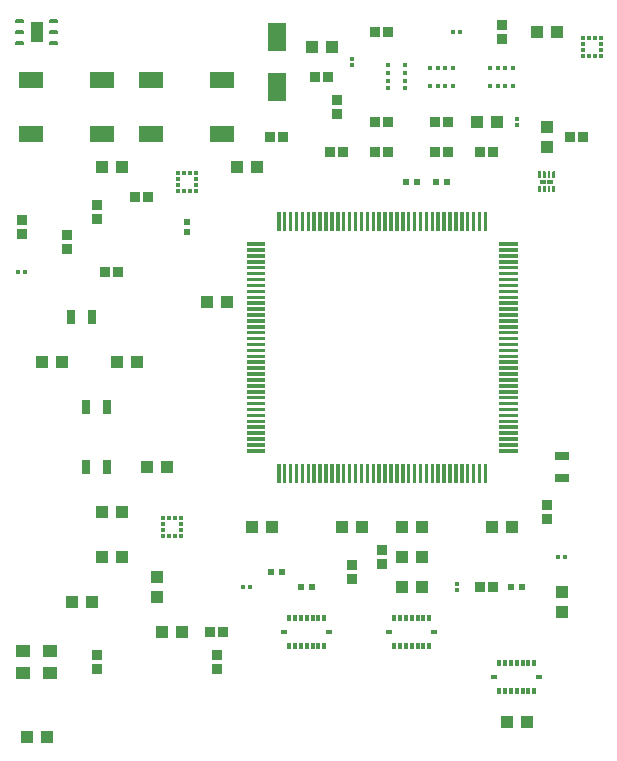
<source format=gtp>
G04 EAGLE Gerber RS-274X export*
G75*
%MOMM*%
%FSLAX34Y34*%
%LPD*%
%INTop Paste*%
%IPPOS*%
%AMOC8*
5,1,8,0,0,1.08239X$1,22.5*%
G01*
%ADD10R,0.350000X0.350000*%
%ADD11R,0.850000X0.900000*%
%ADD12R,1.100000X1.000000*%
%ADD13R,0.800000X1.200000*%
%ADD14R,1.000000X1.100000*%
%ADD15R,0.900000X0.850000*%
%ADD16R,0.600000X0.500000*%
%ADD17R,0.400000X0.380000*%
%ADD18R,0.380000X0.400000*%
%ADD19R,1.140000X1.660000*%
%ADD20C,0.200000*%
%ADD21R,0.560000X0.600000*%
%ADD22R,2.100000X1.400000*%
%ADD23R,1.550000X2.400000*%
%ADD24R,0.375000X0.350000*%
%ADD25R,0.350000X0.375000*%
%ADD26R,0.350000X0.590000*%
%ADD27R,0.590000X0.350000*%
%ADD28C,0.070000*%
%ADD29R,1.300000X1.100000*%
%ADD30R,1.200000X0.800000*%

G36*
X475490Y506351D02*
X475490Y506351D01*
X475492Y506350D01*
X475535Y506370D01*
X475579Y506388D01*
X475579Y506390D01*
X475581Y506391D01*
X475614Y506476D01*
X475614Y509524D01*
X475613Y509526D01*
X475614Y509528D01*
X475594Y509571D01*
X475576Y509615D01*
X475574Y509615D01*
X475573Y509617D01*
X475488Y509650D01*
X470408Y509650D01*
X470406Y509649D01*
X470404Y509650D01*
X470361Y509630D01*
X470317Y509612D01*
X470317Y509610D01*
X470315Y509609D01*
X470282Y509524D01*
X470282Y506476D01*
X470283Y506474D01*
X470282Y506472D01*
X470302Y506429D01*
X470320Y506385D01*
X470322Y506385D01*
X470323Y506383D01*
X470408Y506350D01*
X475488Y506350D01*
X475490Y506351D01*
G37*
G36*
X469394Y506351D02*
X469394Y506351D01*
X469396Y506350D01*
X469439Y506370D01*
X469483Y506388D01*
X469483Y506390D01*
X469485Y506391D01*
X469518Y506476D01*
X469518Y509524D01*
X469517Y509526D01*
X469518Y509528D01*
X469498Y509571D01*
X469480Y509615D01*
X469478Y509615D01*
X469477Y509617D01*
X469392Y509650D01*
X464312Y509650D01*
X464310Y509649D01*
X464308Y509650D01*
X464265Y509630D01*
X464221Y509612D01*
X464221Y509610D01*
X464219Y509609D01*
X464186Y509524D01*
X464186Y506476D01*
X464187Y506474D01*
X464186Y506472D01*
X464206Y506429D01*
X464224Y506385D01*
X464226Y506385D01*
X464227Y506383D01*
X464312Y506350D01*
X469392Y506350D01*
X469394Y506351D01*
G37*
G36*
X464902Y511625D02*
X464902Y511625D01*
X464904Y511624D01*
X464947Y511644D01*
X464991Y511662D01*
X464991Y511664D01*
X464993Y511665D01*
X465026Y511750D01*
X465026Y516750D01*
X465025Y516752D01*
X465026Y516754D01*
X465006Y516797D01*
X464988Y516841D01*
X464986Y516841D01*
X464985Y516843D01*
X464900Y516876D01*
X462900Y516876D01*
X462898Y516875D01*
X462896Y516876D01*
X462853Y516856D01*
X462809Y516838D01*
X462809Y516836D01*
X462807Y516835D01*
X462774Y516750D01*
X462774Y511750D01*
X462775Y511748D01*
X462774Y511746D01*
X462794Y511703D01*
X462812Y511659D01*
X462814Y511659D01*
X462815Y511657D01*
X462900Y511624D01*
X464900Y511624D01*
X464902Y511625D01*
G37*
G36*
X468902Y511625D02*
X468902Y511625D01*
X468904Y511624D01*
X468947Y511644D01*
X468991Y511662D01*
X468991Y511664D01*
X468993Y511665D01*
X469026Y511750D01*
X469026Y516750D01*
X469025Y516752D01*
X469026Y516754D01*
X469006Y516797D01*
X468988Y516841D01*
X468986Y516841D01*
X468985Y516843D01*
X468900Y516876D01*
X466900Y516876D01*
X466898Y516875D01*
X466896Y516876D01*
X466853Y516856D01*
X466809Y516838D01*
X466809Y516836D01*
X466807Y516835D01*
X466774Y516750D01*
X466774Y511750D01*
X466775Y511748D01*
X466774Y511746D01*
X466794Y511703D01*
X466812Y511659D01*
X466814Y511659D01*
X466815Y511657D01*
X466900Y511624D01*
X468900Y511624D01*
X468902Y511625D01*
G37*
G36*
X472902Y511625D02*
X472902Y511625D01*
X472904Y511624D01*
X472947Y511644D01*
X472991Y511662D01*
X472991Y511664D01*
X472993Y511665D01*
X473026Y511750D01*
X473026Y516750D01*
X473025Y516752D01*
X473026Y516754D01*
X473006Y516797D01*
X472988Y516841D01*
X472986Y516841D01*
X472985Y516843D01*
X472900Y516876D01*
X470900Y516876D01*
X470898Y516875D01*
X470896Y516876D01*
X470853Y516856D01*
X470809Y516838D01*
X470809Y516836D01*
X470807Y516835D01*
X470774Y516750D01*
X470774Y511750D01*
X470775Y511748D01*
X470774Y511746D01*
X470794Y511703D01*
X470812Y511659D01*
X470814Y511659D01*
X470815Y511657D01*
X470900Y511624D01*
X472900Y511624D01*
X472902Y511625D01*
G37*
G36*
X476902Y511625D02*
X476902Y511625D01*
X476904Y511624D01*
X476947Y511644D01*
X476991Y511662D01*
X476991Y511664D01*
X476993Y511665D01*
X477026Y511750D01*
X477026Y516750D01*
X477025Y516752D01*
X477026Y516754D01*
X477006Y516797D01*
X476988Y516841D01*
X476986Y516841D01*
X476985Y516843D01*
X476900Y516876D01*
X474900Y516876D01*
X474898Y516875D01*
X474896Y516876D01*
X474853Y516856D01*
X474809Y516838D01*
X474809Y516836D01*
X474807Y516835D01*
X474774Y516750D01*
X474774Y511750D01*
X474775Y511748D01*
X474774Y511746D01*
X474794Y511703D01*
X474812Y511659D01*
X474814Y511659D01*
X474815Y511657D01*
X474900Y511624D01*
X476900Y511624D01*
X476902Y511625D01*
G37*
G36*
X476902Y499125D02*
X476902Y499125D01*
X476904Y499124D01*
X476947Y499144D01*
X476991Y499162D01*
X476991Y499164D01*
X476993Y499165D01*
X477026Y499250D01*
X477026Y504250D01*
X477025Y504252D01*
X477026Y504254D01*
X477006Y504297D01*
X476988Y504341D01*
X476986Y504341D01*
X476985Y504343D01*
X476900Y504376D01*
X474900Y504376D01*
X474898Y504375D01*
X474896Y504376D01*
X474853Y504356D01*
X474809Y504338D01*
X474809Y504336D01*
X474807Y504335D01*
X474774Y504250D01*
X474774Y499250D01*
X474775Y499248D01*
X474774Y499246D01*
X474794Y499203D01*
X474812Y499159D01*
X474814Y499159D01*
X474815Y499157D01*
X474900Y499124D01*
X476900Y499124D01*
X476902Y499125D01*
G37*
G36*
X472902Y499125D02*
X472902Y499125D01*
X472904Y499124D01*
X472947Y499144D01*
X472991Y499162D01*
X472991Y499164D01*
X472993Y499165D01*
X473026Y499250D01*
X473026Y504250D01*
X473025Y504252D01*
X473026Y504254D01*
X473006Y504297D01*
X472988Y504341D01*
X472986Y504341D01*
X472985Y504343D01*
X472900Y504376D01*
X470900Y504376D01*
X470898Y504375D01*
X470896Y504376D01*
X470853Y504356D01*
X470809Y504338D01*
X470809Y504336D01*
X470807Y504335D01*
X470774Y504250D01*
X470774Y499250D01*
X470775Y499248D01*
X470774Y499246D01*
X470794Y499203D01*
X470812Y499159D01*
X470814Y499159D01*
X470815Y499157D01*
X470900Y499124D01*
X472900Y499124D01*
X472902Y499125D01*
G37*
G36*
X468902Y499125D02*
X468902Y499125D01*
X468904Y499124D01*
X468947Y499144D01*
X468991Y499162D01*
X468991Y499164D01*
X468993Y499165D01*
X469026Y499250D01*
X469026Y504250D01*
X469025Y504252D01*
X469026Y504254D01*
X469006Y504297D01*
X468988Y504341D01*
X468986Y504341D01*
X468985Y504343D01*
X468900Y504376D01*
X466900Y504376D01*
X466898Y504375D01*
X466896Y504376D01*
X466853Y504356D01*
X466809Y504338D01*
X466809Y504336D01*
X466807Y504335D01*
X466774Y504250D01*
X466774Y499250D01*
X466775Y499248D01*
X466774Y499246D01*
X466794Y499203D01*
X466812Y499159D01*
X466814Y499159D01*
X466815Y499157D01*
X466900Y499124D01*
X468900Y499124D01*
X468902Y499125D01*
G37*
G36*
X464902Y499125D02*
X464902Y499125D01*
X464904Y499124D01*
X464947Y499144D01*
X464991Y499162D01*
X464991Y499164D01*
X464993Y499165D01*
X465026Y499250D01*
X465026Y504250D01*
X465025Y504252D01*
X465026Y504254D01*
X465006Y504297D01*
X464988Y504341D01*
X464986Y504341D01*
X464985Y504343D01*
X464900Y504376D01*
X462900Y504376D01*
X462898Y504375D01*
X462896Y504376D01*
X462853Y504356D01*
X462809Y504338D01*
X462809Y504336D01*
X462807Y504335D01*
X462774Y504250D01*
X462774Y499250D01*
X462775Y499248D01*
X462774Y499246D01*
X462794Y499203D01*
X462812Y499159D01*
X462814Y499159D01*
X462815Y499157D01*
X462900Y499124D01*
X464900Y499124D01*
X464902Y499125D01*
G37*
D10*
X390750Y589650D03*
X384250Y589650D03*
X377750Y589650D03*
X371250Y589650D03*
X371250Y604150D03*
X377750Y604150D03*
X384250Y604150D03*
X390750Y604150D03*
X335650Y587150D03*
X335650Y593650D03*
X335650Y600150D03*
X335650Y606650D03*
X350150Y606650D03*
X350150Y600150D03*
X350150Y593650D03*
X350150Y587150D03*
X441550Y589650D03*
X435050Y589650D03*
X428550Y589650D03*
X422050Y589650D03*
X422050Y604150D03*
X428550Y604150D03*
X435050Y604150D03*
X441550Y604150D03*
D11*
X375200Y558800D03*
X386800Y558800D03*
X286300Y533400D03*
X297900Y533400D03*
D12*
X270900Y622300D03*
X287900Y622300D03*
D11*
X235500Y546100D03*
X247100Y546100D03*
D12*
X410600Y558800D03*
X427600Y558800D03*
X122800Y355600D03*
X105800Y355600D03*
X93100Y228600D03*
X110100Y228600D03*
X67700Y152400D03*
X84700Y152400D03*
X93100Y190500D03*
X110100Y190500D03*
X42300Y355600D03*
X59300Y355600D03*
D13*
X67200Y393700D03*
X85200Y393700D03*
D11*
X375200Y533400D03*
X386800Y533400D03*
D13*
X97900Y266700D03*
X79900Y266700D03*
X97900Y317500D03*
X79900Y317500D03*
D14*
X139700Y156600D03*
X139700Y173600D03*
D12*
X182000Y406400D03*
X199000Y406400D03*
D14*
X469900Y554600D03*
X469900Y537600D03*
D11*
X273600Y596900D03*
X285200Y596900D03*
X413300Y533400D03*
X424900Y533400D03*
X95800Y431800D03*
X107400Y431800D03*
D15*
X88900Y476800D03*
X88900Y488400D03*
X25400Y464100D03*
X25400Y475700D03*
X63500Y463000D03*
X63500Y451400D03*
D16*
X165100Y465400D03*
X165100Y474400D03*
D17*
X393700Y162290D03*
X393700Y167910D03*
D18*
X213090Y165100D03*
X218710Y165100D03*
X479790Y190500D03*
X485410Y190500D03*
X22590Y431800D03*
X28210Y431800D03*
D17*
X304800Y612410D03*
X304800Y606790D03*
X444500Y555990D03*
X444500Y561610D03*
D18*
X390890Y635000D03*
X396510Y635000D03*
D19*
X38100Y635000D03*
D20*
X26950Y643500D02*
X20550Y643500D01*
X20550Y645500D01*
X26950Y645500D01*
X26950Y643500D01*
X26950Y645400D02*
X20550Y645400D01*
X20550Y634000D02*
X26950Y634000D01*
X20550Y634000D02*
X20550Y636000D01*
X26950Y636000D01*
X26950Y634000D01*
X26950Y635900D02*
X20550Y635900D01*
X20550Y624500D02*
X26950Y624500D01*
X20550Y624500D02*
X20550Y626500D01*
X26950Y626500D01*
X26950Y624500D01*
X26950Y626400D02*
X20550Y626400D01*
X49250Y626500D02*
X55650Y626500D01*
X55650Y624500D01*
X49250Y624500D01*
X49250Y626500D01*
X49250Y626400D02*
X55650Y626400D01*
X55650Y636000D02*
X49250Y636000D01*
X55650Y636000D02*
X55650Y634000D01*
X49250Y634000D01*
X49250Y636000D01*
X49250Y635900D02*
X55650Y635900D01*
X55650Y645500D02*
X49250Y645500D01*
X55650Y645500D02*
X55650Y643500D01*
X49250Y643500D01*
X49250Y645500D01*
X49250Y645400D02*
X55650Y645400D01*
D11*
X324400Y533400D03*
X336000Y533400D03*
D15*
X88900Y95800D03*
X88900Y107400D03*
X292100Y565700D03*
X292100Y577300D03*
D11*
X489500Y546100D03*
X501100Y546100D03*
X184700Y127000D03*
X196300Y127000D03*
D15*
X431800Y629200D03*
X431800Y640800D03*
X190500Y107400D03*
X190500Y95800D03*
D11*
X413300Y165100D03*
X424900Y165100D03*
D15*
X304800Y183600D03*
X304800Y172000D03*
D21*
X245650Y177800D03*
X236950Y177800D03*
D11*
X324400Y558800D03*
X336000Y558800D03*
X121200Y495300D03*
X132800Y495300D03*
X324400Y635000D03*
X336000Y635000D03*
D12*
X207400Y520700D03*
X224400Y520700D03*
D21*
X351250Y508000D03*
X359950Y508000D03*
X385350Y508000D03*
X376650Y508000D03*
D22*
X135100Y594000D03*
X195100Y594000D03*
X135100Y549000D03*
X195100Y549000D03*
X33500Y594000D03*
X93500Y594000D03*
X33500Y549000D03*
X93500Y549000D03*
D23*
X241300Y588600D03*
X241300Y630600D03*
D24*
X500375Y629800D03*
X500375Y624800D03*
X500375Y619800D03*
X500375Y614800D03*
D25*
X505500Y614675D03*
X510500Y614675D03*
D24*
X515625Y614800D03*
X515625Y619800D03*
X515625Y624800D03*
X515625Y629800D03*
D25*
X510500Y629925D03*
X505500Y629925D03*
D24*
X144775Y223400D03*
X144775Y218400D03*
X144775Y213400D03*
X144775Y208400D03*
D25*
X149900Y208275D03*
X154900Y208275D03*
D24*
X160025Y208400D03*
X160025Y213400D03*
X160025Y218400D03*
X160025Y223400D03*
D25*
X154900Y223525D03*
X149900Y223525D03*
D26*
X370600Y138650D03*
X365600Y138650D03*
X360600Y138650D03*
X355600Y138650D03*
X350600Y138650D03*
X345600Y138650D03*
X340600Y138650D03*
D27*
X336450Y127000D03*
D26*
X340600Y115350D03*
X345600Y115350D03*
X350600Y115350D03*
X355600Y115350D03*
X360600Y115350D03*
X365600Y115350D03*
X370600Y115350D03*
D27*
X374750Y127000D03*
D26*
X429500Y77250D03*
X434500Y77250D03*
X439500Y77250D03*
X444500Y77250D03*
X449500Y77250D03*
X454500Y77250D03*
X459500Y77250D03*
D27*
X463650Y88900D03*
D26*
X459500Y100550D03*
X454500Y100550D03*
X449500Y100550D03*
X444500Y100550D03*
X439500Y100550D03*
X434500Y100550D03*
X429500Y100550D03*
D27*
X425350Y88900D03*
D26*
X281700Y138650D03*
X276700Y138650D03*
X271700Y138650D03*
X266700Y138650D03*
X261700Y138650D03*
X256700Y138650D03*
X251700Y138650D03*
D27*
X247550Y127000D03*
D26*
X251700Y115350D03*
X256700Y115350D03*
X261700Y115350D03*
X266700Y115350D03*
X271700Y115350D03*
X276700Y115350D03*
X281700Y115350D03*
D27*
X285850Y127000D03*
D28*
X243750Y254050D02*
X243750Y268950D01*
X243750Y254050D02*
X241650Y254050D01*
X241650Y268950D01*
X243750Y268950D01*
X243750Y254715D02*
X241650Y254715D01*
X241650Y255380D02*
X243750Y255380D01*
X243750Y256045D02*
X241650Y256045D01*
X241650Y256710D02*
X243750Y256710D01*
X243750Y257375D02*
X241650Y257375D01*
X241650Y258040D02*
X243750Y258040D01*
X243750Y258705D02*
X241650Y258705D01*
X241650Y259370D02*
X243750Y259370D01*
X243750Y260035D02*
X241650Y260035D01*
X241650Y260700D02*
X243750Y260700D01*
X243750Y261365D02*
X241650Y261365D01*
X241650Y262030D02*
X243750Y262030D01*
X243750Y262695D02*
X241650Y262695D01*
X241650Y263360D02*
X243750Y263360D01*
X243750Y264025D02*
X241650Y264025D01*
X241650Y264690D02*
X243750Y264690D01*
X243750Y265355D02*
X241650Y265355D01*
X241650Y266020D02*
X243750Y266020D01*
X243750Y266685D02*
X241650Y266685D01*
X241650Y267350D02*
X243750Y267350D01*
X243750Y268015D02*
X241650Y268015D01*
X241650Y268680D02*
X243750Y268680D01*
X248750Y268950D02*
X248750Y254050D01*
X246650Y254050D01*
X246650Y268950D01*
X248750Y268950D01*
X248750Y254715D02*
X246650Y254715D01*
X246650Y255380D02*
X248750Y255380D01*
X248750Y256045D02*
X246650Y256045D01*
X246650Y256710D02*
X248750Y256710D01*
X248750Y257375D02*
X246650Y257375D01*
X246650Y258040D02*
X248750Y258040D01*
X248750Y258705D02*
X246650Y258705D01*
X246650Y259370D02*
X248750Y259370D01*
X248750Y260035D02*
X246650Y260035D01*
X246650Y260700D02*
X248750Y260700D01*
X248750Y261365D02*
X246650Y261365D01*
X246650Y262030D02*
X248750Y262030D01*
X248750Y262695D02*
X246650Y262695D01*
X246650Y263360D02*
X248750Y263360D01*
X248750Y264025D02*
X246650Y264025D01*
X246650Y264690D02*
X248750Y264690D01*
X248750Y265355D02*
X246650Y265355D01*
X246650Y266020D02*
X248750Y266020D01*
X248750Y266685D02*
X246650Y266685D01*
X246650Y267350D02*
X248750Y267350D01*
X248750Y268015D02*
X246650Y268015D01*
X246650Y268680D02*
X248750Y268680D01*
X253750Y268950D02*
X253750Y254050D01*
X251650Y254050D01*
X251650Y268950D01*
X253750Y268950D01*
X253750Y254715D02*
X251650Y254715D01*
X251650Y255380D02*
X253750Y255380D01*
X253750Y256045D02*
X251650Y256045D01*
X251650Y256710D02*
X253750Y256710D01*
X253750Y257375D02*
X251650Y257375D01*
X251650Y258040D02*
X253750Y258040D01*
X253750Y258705D02*
X251650Y258705D01*
X251650Y259370D02*
X253750Y259370D01*
X253750Y260035D02*
X251650Y260035D01*
X251650Y260700D02*
X253750Y260700D01*
X253750Y261365D02*
X251650Y261365D01*
X251650Y262030D02*
X253750Y262030D01*
X253750Y262695D02*
X251650Y262695D01*
X251650Y263360D02*
X253750Y263360D01*
X253750Y264025D02*
X251650Y264025D01*
X251650Y264690D02*
X253750Y264690D01*
X253750Y265355D02*
X251650Y265355D01*
X251650Y266020D02*
X253750Y266020D01*
X253750Y266685D02*
X251650Y266685D01*
X251650Y267350D02*
X253750Y267350D01*
X253750Y268015D02*
X251650Y268015D01*
X251650Y268680D02*
X253750Y268680D01*
X258750Y268950D02*
X258750Y254050D01*
X256650Y254050D01*
X256650Y268950D01*
X258750Y268950D01*
X258750Y254715D02*
X256650Y254715D01*
X256650Y255380D02*
X258750Y255380D01*
X258750Y256045D02*
X256650Y256045D01*
X256650Y256710D02*
X258750Y256710D01*
X258750Y257375D02*
X256650Y257375D01*
X256650Y258040D02*
X258750Y258040D01*
X258750Y258705D02*
X256650Y258705D01*
X256650Y259370D02*
X258750Y259370D01*
X258750Y260035D02*
X256650Y260035D01*
X256650Y260700D02*
X258750Y260700D01*
X258750Y261365D02*
X256650Y261365D01*
X256650Y262030D02*
X258750Y262030D01*
X258750Y262695D02*
X256650Y262695D01*
X256650Y263360D02*
X258750Y263360D01*
X258750Y264025D02*
X256650Y264025D01*
X256650Y264690D02*
X258750Y264690D01*
X258750Y265355D02*
X256650Y265355D01*
X256650Y266020D02*
X258750Y266020D01*
X258750Y266685D02*
X256650Y266685D01*
X256650Y267350D02*
X258750Y267350D01*
X258750Y268015D02*
X256650Y268015D01*
X256650Y268680D02*
X258750Y268680D01*
X263750Y268950D02*
X263750Y254050D01*
X261650Y254050D01*
X261650Y268950D01*
X263750Y268950D01*
X263750Y254715D02*
X261650Y254715D01*
X261650Y255380D02*
X263750Y255380D01*
X263750Y256045D02*
X261650Y256045D01*
X261650Y256710D02*
X263750Y256710D01*
X263750Y257375D02*
X261650Y257375D01*
X261650Y258040D02*
X263750Y258040D01*
X263750Y258705D02*
X261650Y258705D01*
X261650Y259370D02*
X263750Y259370D01*
X263750Y260035D02*
X261650Y260035D01*
X261650Y260700D02*
X263750Y260700D01*
X263750Y261365D02*
X261650Y261365D01*
X261650Y262030D02*
X263750Y262030D01*
X263750Y262695D02*
X261650Y262695D01*
X261650Y263360D02*
X263750Y263360D01*
X263750Y264025D02*
X261650Y264025D01*
X261650Y264690D02*
X263750Y264690D01*
X263750Y265355D02*
X261650Y265355D01*
X261650Y266020D02*
X263750Y266020D01*
X263750Y266685D02*
X261650Y266685D01*
X261650Y267350D02*
X263750Y267350D01*
X263750Y268015D02*
X261650Y268015D01*
X261650Y268680D02*
X263750Y268680D01*
X268750Y268950D02*
X268750Y254050D01*
X266650Y254050D01*
X266650Y268950D01*
X268750Y268950D01*
X268750Y254715D02*
X266650Y254715D01*
X266650Y255380D02*
X268750Y255380D01*
X268750Y256045D02*
X266650Y256045D01*
X266650Y256710D02*
X268750Y256710D01*
X268750Y257375D02*
X266650Y257375D01*
X266650Y258040D02*
X268750Y258040D01*
X268750Y258705D02*
X266650Y258705D01*
X266650Y259370D02*
X268750Y259370D01*
X268750Y260035D02*
X266650Y260035D01*
X266650Y260700D02*
X268750Y260700D01*
X268750Y261365D02*
X266650Y261365D01*
X266650Y262030D02*
X268750Y262030D01*
X268750Y262695D02*
X266650Y262695D01*
X266650Y263360D02*
X268750Y263360D01*
X268750Y264025D02*
X266650Y264025D01*
X266650Y264690D02*
X268750Y264690D01*
X268750Y265355D02*
X266650Y265355D01*
X266650Y266020D02*
X268750Y266020D01*
X268750Y266685D02*
X266650Y266685D01*
X266650Y267350D02*
X268750Y267350D01*
X268750Y268015D02*
X266650Y268015D01*
X266650Y268680D02*
X268750Y268680D01*
X273750Y268950D02*
X273750Y254050D01*
X271650Y254050D01*
X271650Y268950D01*
X273750Y268950D01*
X273750Y254715D02*
X271650Y254715D01*
X271650Y255380D02*
X273750Y255380D01*
X273750Y256045D02*
X271650Y256045D01*
X271650Y256710D02*
X273750Y256710D01*
X273750Y257375D02*
X271650Y257375D01*
X271650Y258040D02*
X273750Y258040D01*
X273750Y258705D02*
X271650Y258705D01*
X271650Y259370D02*
X273750Y259370D01*
X273750Y260035D02*
X271650Y260035D01*
X271650Y260700D02*
X273750Y260700D01*
X273750Y261365D02*
X271650Y261365D01*
X271650Y262030D02*
X273750Y262030D01*
X273750Y262695D02*
X271650Y262695D01*
X271650Y263360D02*
X273750Y263360D01*
X273750Y264025D02*
X271650Y264025D01*
X271650Y264690D02*
X273750Y264690D01*
X273750Y265355D02*
X271650Y265355D01*
X271650Y266020D02*
X273750Y266020D01*
X273750Y266685D02*
X271650Y266685D01*
X271650Y267350D02*
X273750Y267350D01*
X273750Y268015D02*
X271650Y268015D01*
X271650Y268680D02*
X273750Y268680D01*
X278750Y268950D02*
X278750Y254050D01*
X276650Y254050D01*
X276650Y268950D01*
X278750Y268950D01*
X278750Y254715D02*
X276650Y254715D01*
X276650Y255380D02*
X278750Y255380D01*
X278750Y256045D02*
X276650Y256045D01*
X276650Y256710D02*
X278750Y256710D01*
X278750Y257375D02*
X276650Y257375D01*
X276650Y258040D02*
X278750Y258040D01*
X278750Y258705D02*
X276650Y258705D01*
X276650Y259370D02*
X278750Y259370D01*
X278750Y260035D02*
X276650Y260035D01*
X276650Y260700D02*
X278750Y260700D01*
X278750Y261365D02*
X276650Y261365D01*
X276650Y262030D02*
X278750Y262030D01*
X278750Y262695D02*
X276650Y262695D01*
X276650Y263360D02*
X278750Y263360D01*
X278750Y264025D02*
X276650Y264025D01*
X276650Y264690D02*
X278750Y264690D01*
X278750Y265355D02*
X276650Y265355D01*
X276650Y266020D02*
X278750Y266020D01*
X278750Y266685D02*
X276650Y266685D01*
X276650Y267350D02*
X278750Y267350D01*
X278750Y268015D02*
X276650Y268015D01*
X276650Y268680D02*
X278750Y268680D01*
X283750Y268950D02*
X283750Y254050D01*
X281650Y254050D01*
X281650Y268950D01*
X283750Y268950D01*
X283750Y254715D02*
X281650Y254715D01*
X281650Y255380D02*
X283750Y255380D01*
X283750Y256045D02*
X281650Y256045D01*
X281650Y256710D02*
X283750Y256710D01*
X283750Y257375D02*
X281650Y257375D01*
X281650Y258040D02*
X283750Y258040D01*
X283750Y258705D02*
X281650Y258705D01*
X281650Y259370D02*
X283750Y259370D01*
X283750Y260035D02*
X281650Y260035D01*
X281650Y260700D02*
X283750Y260700D01*
X283750Y261365D02*
X281650Y261365D01*
X281650Y262030D02*
X283750Y262030D01*
X283750Y262695D02*
X281650Y262695D01*
X281650Y263360D02*
X283750Y263360D01*
X283750Y264025D02*
X281650Y264025D01*
X281650Y264690D02*
X283750Y264690D01*
X283750Y265355D02*
X281650Y265355D01*
X281650Y266020D02*
X283750Y266020D01*
X283750Y266685D02*
X281650Y266685D01*
X281650Y267350D02*
X283750Y267350D01*
X283750Y268015D02*
X281650Y268015D01*
X281650Y268680D02*
X283750Y268680D01*
X288750Y268950D02*
X288750Y254050D01*
X286650Y254050D01*
X286650Y268950D01*
X288750Y268950D01*
X288750Y254715D02*
X286650Y254715D01*
X286650Y255380D02*
X288750Y255380D01*
X288750Y256045D02*
X286650Y256045D01*
X286650Y256710D02*
X288750Y256710D01*
X288750Y257375D02*
X286650Y257375D01*
X286650Y258040D02*
X288750Y258040D01*
X288750Y258705D02*
X286650Y258705D01*
X286650Y259370D02*
X288750Y259370D01*
X288750Y260035D02*
X286650Y260035D01*
X286650Y260700D02*
X288750Y260700D01*
X288750Y261365D02*
X286650Y261365D01*
X286650Y262030D02*
X288750Y262030D01*
X288750Y262695D02*
X286650Y262695D01*
X286650Y263360D02*
X288750Y263360D01*
X288750Y264025D02*
X286650Y264025D01*
X286650Y264690D02*
X288750Y264690D01*
X288750Y265355D02*
X286650Y265355D01*
X286650Y266020D02*
X288750Y266020D01*
X288750Y266685D02*
X286650Y266685D01*
X286650Y267350D02*
X288750Y267350D01*
X288750Y268015D02*
X286650Y268015D01*
X286650Y268680D02*
X288750Y268680D01*
X293750Y268950D02*
X293750Y254050D01*
X291650Y254050D01*
X291650Y268950D01*
X293750Y268950D01*
X293750Y254715D02*
X291650Y254715D01*
X291650Y255380D02*
X293750Y255380D01*
X293750Y256045D02*
X291650Y256045D01*
X291650Y256710D02*
X293750Y256710D01*
X293750Y257375D02*
X291650Y257375D01*
X291650Y258040D02*
X293750Y258040D01*
X293750Y258705D02*
X291650Y258705D01*
X291650Y259370D02*
X293750Y259370D01*
X293750Y260035D02*
X291650Y260035D01*
X291650Y260700D02*
X293750Y260700D01*
X293750Y261365D02*
X291650Y261365D01*
X291650Y262030D02*
X293750Y262030D01*
X293750Y262695D02*
X291650Y262695D01*
X291650Y263360D02*
X293750Y263360D01*
X293750Y264025D02*
X291650Y264025D01*
X291650Y264690D02*
X293750Y264690D01*
X293750Y265355D02*
X291650Y265355D01*
X291650Y266020D02*
X293750Y266020D01*
X293750Y266685D02*
X291650Y266685D01*
X291650Y267350D02*
X293750Y267350D01*
X293750Y268015D02*
X291650Y268015D01*
X291650Y268680D02*
X293750Y268680D01*
X298750Y268950D02*
X298750Y254050D01*
X296650Y254050D01*
X296650Y268950D01*
X298750Y268950D01*
X298750Y254715D02*
X296650Y254715D01*
X296650Y255380D02*
X298750Y255380D01*
X298750Y256045D02*
X296650Y256045D01*
X296650Y256710D02*
X298750Y256710D01*
X298750Y257375D02*
X296650Y257375D01*
X296650Y258040D02*
X298750Y258040D01*
X298750Y258705D02*
X296650Y258705D01*
X296650Y259370D02*
X298750Y259370D01*
X298750Y260035D02*
X296650Y260035D01*
X296650Y260700D02*
X298750Y260700D01*
X298750Y261365D02*
X296650Y261365D01*
X296650Y262030D02*
X298750Y262030D01*
X298750Y262695D02*
X296650Y262695D01*
X296650Y263360D02*
X298750Y263360D01*
X298750Y264025D02*
X296650Y264025D01*
X296650Y264690D02*
X298750Y264690D01*
X298750Y265355D02*
X296650Y265355D01*
X296650Y266020D02*
X298750Y266020D01*
X298750Y266685D02*
X296650Y266685D01*
X296650Y267350D02*
X298750Y267350D01*
X298750Y268015D02*
X296650Y268015D01*
X296650Y268680D02*
X298750Y268680D01*
X303750Y268950D02*
X303750Y254050D01*
X301650Y254050D01*
X301650Y268950D01*
X303750Y268950D01*
X303750Y254715D02*
X301650Y254715D01*
X301650Y255380D02*
X303750Y255380D01*
X303750Y256045D02*
X301650Y256045D01*
X301650Y256710D02*
X303750Y256710D01*
X303750Y257375D02*
X301650Y257375D01*
X301650Y258040D02*
X303750Y258040D01*
X303750Y258705D02*
X301650Y258705D01*
X301650Y259370D02*
X303750Y259370D01*
X303750Y260035D02*
X301650Y260035D01*
X301650Y260700D02*
X303750Y260700D01*
X303750Y261365D02*
X301650Y261365D01*
X301650Y262030D02*
X303750Y262030D01*
X303750Y262695D02*
X301650Y262695D01*
X301650Y263360D02*
X303750Y263360D01*
X303750Y264025D02*
X301650Y264025D01*
X301650Y264690D02*
X303750Y264690D01*
X303750Y265355D02*
X301650Y265355D01*
X301650Y266020D02*
X303750Y266020D01*
X303750Y266685D02*
X301650Y266685D01*
X301650Y267350D02*
X303750Y267350D01*
X303750Y268015D02*
X301650Y268015D01*
X301650Y268680D02*
X303750Y268680D01*
X308750Y268950D02*
X308750Y254050D01*
X306650Y254050D01*
X306650Y268950D01*
X308750Y268950D01*
X308750Y254715D02*
X306650Y254715D01*
X306650Y255380D02*
X308750Y255380D01*
X308750Y256045D02*
X306650Y256045D01*
X306650Y256710D02*
X308750Y256710D01*
X308750Y257375D02*
X306650Y257375D01*
X306650Y258040D02*
X308750Y258040D01*
X308750Y258705D02*
X306650Y258705D01*
X306650Y259370D02*
X308750Y259370D01*
X308750Y260035D02*
X306650Y260035D01*
X306650Y260700D02*
X308750Y260700D01*
X308750Y261365D02*
X306650Y261365D01*
X306650Y262030D02*
X308750Y262030D01*
X308750Y262695D02*
X306650Y262695D01*
X306650Y263360D02*
X308750Y263360D01*
X308750Y264025D02*
X306650Y264025D01*
X306650Y264690D02*
X308750Y264690D01*
X308750Y265355D02*
X306650Y265355D01*
X306650Y266020D02*
X308750Y266020D01*
X308750Y266685D02*
X306650Y266685D01*
X306650Y267350D02*
X308750Y267350D01*
X308750Y268015D02*
X306650Y268015D01*
X306650Y268680D02*
X308750Y268680D01*
X313750Y268950D02*
X313750Y254050D01*
X311650Y254050D01*
X311650Y268950D01*
X313750Y268950D01*
X313750Y254715D02*
X311650Y254715D01*
X311650Y255380D02*
X313750Y255380D01*
X313750Y256045D02*
X311650Y256045D01*
X311650Y256710D02*
X313750Y256710D01*
X313750Y257375D02*
X311650Y257375D01*
X311650Y258040D02*
X313750Y258040D01*
X313750Y258705D02*
X311650Y258705D01*
X311650Y259370D02*
X313750Y259370D01*
X313750Y260035D02*
X311650Y260035D01*
X311650Y260700D02*
X313750Y260700D01*
X313750Y261365D02*
X311650Y261365D01*
X311650Y262030D02*
X313750Y262030D01*
X313750Y262695D02*
X311650Y262695D01*
X311650Y263360D02*
X313750Y263360D01*
X313750Y264025D02*
X311650Y264025D01*
X311650Y264690D02*
X313750Y264690D01*
X313750Y265355D02*
X311650Y265355D01*
X311650Y266020D02*
X313750Y266020D01*
X313750Y266685D02*
X311650Y266685D01*
X311650Y267350D02*
X313750Y267350D01*
X313750Y268015D02*
X311650Y268015D01*
X311650Y268680D02*
X313750Y268680D01*
X318750Y268950D02*
X318750Y254050D01*
X316650Y254050D01*
X316650Y268950D01*
X318750Y268950D01*
X318750Y254715D02*
X316650Y254715D01*
X316650Y255380D02*
X318750Y255380D01*
X318750Y256045D02*
X316650Y256045D01*
X316650Y256710D02*
X318750Y256710D01*
X318750Y257375D02*
X316650Y257375D01*
X316650Y258040D02*
X318750Y258040D01*
X318750Y258705D02*
X316650Y258705D01*
X316650Y259370D02*
X318750Y259370D01*
X318750Y260035D02*
X316650Y260035D01*
X316650Y260700D02*
X318750Y260700D01*
X318750Y261365D02*
X316650Y261365D01*
X316650Y262030D02*
X318750Y262030D01*
X318750Y262695D02*
X316650Y262695D01*
X316650Y263360D02*
X318750Y263360D01*
X318750Y264025D02*
X316650Y264025D01*
X316650Y264690D02*
X318750Y264690D01*
X318750Y265355D02*
X316650Y265355D01*
X316650Y266020D02*
X318750Y266020D01*
X318750Y266685D02*
X316650Y266685D01*
X316650Y267350D02*
X318750Y267350D01*
X318750Y268015D02*
X316650Y268015D01*
X316650Y268680D02*
X318750Y268680D01*
X323750Y268950D02*
X323750Y254050D01*
X321650Y254050D01*
X321650Y268950D01*
X323750Y268950D01*
X323750Y254715D02*
X321650Y254715D01*
X321650Y255380D02*
X323750Y255380D01*
X323750Y256045D02*
X321650Y256045D01*
X321650Y256710D02*
X323750Y256710D01*
X323750Y257375D02*
X321650Y257375D01*
X321650Y258040D02*
X323750Y258040D01*
X323750Y258705D02*
X321650Y258705D01*
X321650Y259370D02*
X323750Y259370D01*
X323750Y260035D02*
X321650Y260035D01*
X321650Y260700D02*
X323750Y260700D01*
X323750Y261365D02*
X321650Y261365D01*
X321650Y262030D02*
X323750Y262030D01*
X323750Y262695D02*
X321650Y262695D01*
X321650Y263360D02*
X323750Y263360D01*
X323750Y264025D02*
X321650Y264025D01*
X321650Y264690D02*
X323750Y264690D01*
X323750Y265355D02*
X321650Y265355D01*
X321650Y266020D02*
X323750Y266020D01*
X323750Y266685D02*
X321650Y266685D01*
X321650Y267350D02*
X323750Y267350D01*
X323750Y268015D02*
X321650Y268015D01*
X321650Y268680D02*
X323750Y268680D01*
X328750Y268950D02*
X328750Y254050D01*
X326650Y254050D01*
X326650Y268950D01*
X328750Y268950D01*
X328750Y254715D02*
X326650Y254715D01*
X326650Y255380D02*
X328750Y255380D01*
X328750Y256045D02*
X326650Y256045D01*
X326650Y256710D02*
X328750Y256710D01*
X328750Y257375D02*
X326650Y257375D01*
X326650Y258040D02*
X328750Y258040D01*
X328750Y258705D02*
X326650Y258705D01*
X326650Y259370D02*
X328750Y259370D01*
X328750Y260035D02*
X326650Y260035D01*
X326650Y260700D02*
X328750Y260700D01*
X328750Y261365D02*
X326650Y261365D01*
X326650Y262030D02*
X328750Y262030D01*
X328750Y262695D02*
X326650Y262695D01*
X326650Y263360D02*
X328750Y263360D01*
X328750Y264025D02*
X326650Y264025D01*
X326650Y264690D02*
X328750Y264690D01*
X328750Y265355D02*
X326650Y265355D01*
X326650Y266020D02*
X328750Y266020D01*
X328750Y266685D02*
X326650Y266685D01*
X326650Y267350D02*
X328750Y267350D01*
X328750Y268015D02*
X326650Y268015D01*
X326650Y268680D02*
X328750Y268680D01*
X333750Y268950D02*
X333750Y254050D01*
X331650Y254050D01*
X331650Y268950D01*
X333750Y268950D01*
X333750Y254715D02*
X331650Y254715D01*
X331650Y255380D02*
X333750Y255380D01*
X333750Y256045D02*
X331650Y256045D01*
X331650Y256710D02*
X333750Y256710D01*
X333750Y257375D02*
X331650Y257375D01*
X331650Y258040D02*
X333750Y258040D01*
X333750Y258705D02*
X331650Y258705D01*
X331650Y259370D02*
X333750Y259370D01*
X333750Y260035D02*
X331650Y260035D01*
X331650Y260700D02*
X333750Y260700D01*
X333750Y261365D02*
X331650Y261365D01*
X331650Y262030D02*
X333750Y262030D01*
X333750Y262695D02*
X331650Y262695D01*
X331650Y263360D02*
X333750Y263360D01*
X333750Y264025D02*
X331650Y264025D01*
X331650Y264690D02*
X333750Y264690D01*
X333750Y265355D02*
X331650Y265355D01*
X331650Y266020D02*
X333750Y266020D01*
X333750Y266685D02*
X331650Y266685D01*
X331650Y267350D02*
X333750Y267350D01*
X333750Y268015D02*
X331650Y268015D01*
X331650Y268680D02*
X333750Y268680D01*
X338750Y268950D02*
X338750Y254050D01*
X336650Y254050D01*
X336650Y268950D01*
X338750Y268950D01*
X338750Y254715D02*
X336650Y254715D01*
X336650Y255380D02*
X338750Y255380D01*
X338750Y256045D02*
X336650Y256045D01*
X336650Y256710D02*
X338750Y256710D01*
X338750Y257375D02*
X336650Y257375D01*
X336650Y258040D02*
X338750Y258040D01*
X338750Y258705D02*
X336650Y258705D01*
X336650Y259370D02*
X338750Y259370D01*
X338750Y260035D02*
X336650Y260035D01*
X336650Y260700D02*
X338750Y260700D01*
X338750Y261365D02*
X336650Y261365D01*
X336650Y262030D02*
X338750Y262030D01*
X338750Y262695D02*
X336650Y262695D01*
X336650Y263360D02*
X338750Y263360D01*
X338750Y264025D02*
X336650Y264025D01*
X336650Y264690D02*
X338750Y264690D01*
X338750Y265355D02*
X336650Y265355D01*
X336650Y266020D02*
X338750Y266020D01*
X338750Y266685D02*
X336650Y266685D01*
X336650Y267350D02*
X338750Y267350D01*
X338750Y268015D02*
X336650Y268015D01*
X336650Y268680D02*
X338750Y268680D01*
X343750Y268950D02*
X343750Y254050D01*
X341650Y254050D01*
X341650Y268950D01*
X343750Y268950D01*
X343750Y254715D02*
X341650Y254715D01*
X341650Y255380D02*
X343750Y255380D01*
X343750Y256045D02*
X341650Y256045D01*
X341650Y256710D02*
X343750Y256710D01*
X343750Y257375D02*
X341650Y257375D01*
X341650Y258040D02*
X343750Y258040D01*
X343750Y258705D02*
X341650Y258705D01*
X341650Y259370D02*
X343750Y259370D01*
X343750Y260035D02*
X341650Y260035D01*
X341650Y260700D02*
X343750Y260700D01*
X343750Y261365D02*
X341650Y261365D01*
X341650Y262030D02*
X343750Y262030D01*
X343750Y262695D02*
X341650Y262695D01*
X341650Y263360D02*
X343750Y263360D01*
X343750Y264025D02*
X341650Y264025D01*
X341650Y264690D02*
X343750Y264690D01*
X343750Y265355D02*
X341650Y265355D01*
X341650Y266020D02*
X343750Y266020D01*
X343750Y266685D02*
X341650Y266685D01*
X341650Y267350D02*
X343750Y267350D01*
X343750Y268015D02*
X341650Y268015D01*
X341650Y268680D02*
X343750Y268680D01*
X348750Y268950D02*
X348750Y254050D01*
X346650Y254050D01*
X346650Y268950D01*
X348750Y268950D01*
X348750Y254715D02*
X346650Y254715D01*
X346650Y255380D02*
X348750Y255380D01*
X348750Y256045D02*
X346650Y256045D01*
X346650Y256710D02*
X348750Y256710D01*
X348750Y257375D02*
X346650Y257375D01*
X346650Y258040D02*
X348750Y258040D01*
X348750Y258705D02*
X346650Y258705D01*
X346650Y259370D02*
X348750Y259370D01*
X348750Y260035D02*
X346650Y260035D01*
X346650Y260700D02*
X348750Y260700D01*
X348750Y261365D02*
X346650Y261365D01*
X346650Y262030D02*
X348750Y262030D01*
X348750Y262695D02*
X346650Y262695D01*
X346650Y263360D02*
X348750Y263360D01*
X348750Y264025D02*
X346650Y264025D01*
X346650Y264690D02*
X348750Y264690D01*
X348750Y265355D02*
X346650Y265355D01*
X346650Y266020D02*
X348750Y266020D01*
X348750Y266685D02*
X346650Y266685D01*
X346650Y267350D02*
X348750Y267350D01*
X348750Y268015D02*
X346650Y268015D01*
X346650Y268680D02*
X348750Y268680D01*
X353750Y268950D02*
X353750Y254050D01*
X351650Y254050D01*
X351650Y268950D01*
X353750Y268950D01*
X353750Y254715D02*
X351650Y254715D01*
X351650Y255380D02*
X353750Y255380D01*
X353750Y256045D02*
X351650Y256045D01*
X351650Y256710D02*
X353750Y256710D01*
X353750Y257375D02*
X351650Y257375D01*
X351650Y258040D02*
X353750Y258040D01*
X353750Y258705D02*
X351650Y258705D01*
X351650Y259370D02*
X353750Y259370D01*
X353750Y260035D02*
X351650Y260035D01*
X351650Y260700D02*
X353750Y260700D01*
X353750Y261365D02*
X351650Y261365D01*
X351650Y262030D02*
X353750Y262030D01*
X353750Y262695D02*
X351650Y262695D01*
X351650Y263360D02*
X353750Y263360D01*
X353750Y264025D02*
X351650Y264025D01*
X351650Y264690D02*
X353750Y264690D01*
X353750Y265355D02*
X351650Y265355D01*
X351650Y266020D02*
X353750Y266020D01*
X353750Y266685D02*
X351650Y266685D01*
X351650Y267350D02*
X353750Y267350D01*
X353750Y268015D02*
X351650Y268015D01*
X351650Y268680D02*
X353750Y268680D01*
X358750Y268950D02*
X358750Y254050D01*
X356650Y254050D01*
X356650Y268950D01*
X358750Y268950D01*
X358750Y254715D02*
X356650Y254715D01*
X356650Y255380D02*
X358750Y255380D01*
X358750Y256045D02*
X356650Y256045D01*
X356650Y256710D02*
X358750Y256710D01*
X358750Y257375D02*
X356650Y257375D01*
X356650Y258040D02*
X358750Y258040D01*
X358750Y258705D02*
X356650Y258705D01*
X356650Y259370D02*
X358750Y259370D01*
X358750Y260035D02*
X356650Y260035D01*
X356650Y260700D02*
X358750Y260700D01*
X358750Y261365D02*
X356650Y261365D01*
X356650Y262030D02*
X358750Y262030D01*
X358750Y262695D02*
X356650Y262695D01*
X356650Y263360D02*
X358750Y263360D01*
X358750Y264025D02*
X356650Y264025D01*
X356650Y264690D02*
X358750Y264690D01*
X358750Y265355D02*
X356650Y265355D01*
X356650Y266020D02*
X358750Y266020D01*
X358750Y266685D02*
X356650Y266685D01*
X356650Y267350D02*
X358750Y267350D01*
X358750Y268015D02*
X356650Y268015D01*
X356650Y268680D02*
X358750Y268680D01*
X363750Y268950D02*
X363750Y254050D01*
X361650Y254050D01*
X361650Y268950D01*
X363750Y268950D01*
X363750Y254715D02*
X361650Y254715D01*
X361650Y255380D02*
X363750Y255380D01*
X363750Y256045D02*
X361650Y256045D01*
X361650Y256710D02*
X363750Y256710D01*
X363750Y257375D02*
X361650Y257375D01*
X361650Y258040D02*
X363750Y258040D01*
X363750Y258705D02*
X361650Y258705D01*
X361650Y259370D02*
X363750Y259370D01*
X363750Y260035D02*
X361650Y260035D01*
X361650Y260700D02*
X363750Y260700D01*
X363750Y261365D02*
X361650Y261365D01*
X361650Y262030D02*
X363750Y262030D01*
X363750Y262695D02*
X361650Y262695D01*
X361650Y263360D02*
X363750Y263360D01*
X363750Y264025D02*
X361650Y264025D01*
X361650Y264690D02*
X363750Y264690D01*
X363750Y265355D02*
X361650Y265355D01*
X361650Y266020D02*
X363750Y266020D01*
X363750Y266685D02*
X361650Y266685D01*
X361650Y267350D02*
X363750Y267350D01*
X363750Y268015D02*
X361650Y268015D01*
X361650Y268680D02*
X363750Y268680D01*
X368750Y268950D02*
X368750Y254050D01*
X366650Y254050D01*
X366650Y268950D01*
X368750Y268950D01*
X368750Y254715D02*
X366650Y254715D01*
X366650Y255380D02*
X368750Y255380D01*
X368750Y256045D02*
X366650Y256045D01*
X366650Y256710D02*
X368750Y256710D01*
X368750Y257375D02*
X366650Y257375D01*
X366650Y258040D02*
X368750Y258040D01*
X368750Y258705D02*
X366650Y258705D01*
X366650Y259370D02*
X368750Y259370D01*
X368750Y260035D02*
X366650Y260035D01*
X366650Y260700D02*
X368750Y260700D01*
X368750Y261365D02*
X366650Y261365D01*
X366650Y262030D02*
X368750Y262030D01*
X368750Y262695D02*
X366650Y262695D01*
X366650Y263360D02*
X368750Y263360D01*
X368750Y264025D02*
X366650Y264025D01*
X366650Y264690D02*
X368750Y264690D01*
X368750Y265355D02*
X366650Y265355D01*
X366650Y266020D02*
X368750Y266020D01*
X368750Y266685D02*
X366650Y266685D01*
X366650Y267350D02*
X368750Y267350D01*
X368750Y268015D02*
X366650Y268015D01*
X366650Y268680D02*
X368750Y268680D01*
X373750Y268950D02*
X373750Y254050D01*
X371650Y254050D01*
X371650Y268950D01*
X373750Y268950D01*
X373750Y254715D02*
X371650Y254715D01*
X371650Y255380D02*
X373750Y255380D01*
X373750Y256045D02*
X371650Y256045D01*
X371650Y256710D02*
X373750Y256710D01*
X373750Y257375D02*
X371650Y257375D01*
X371650Y258040D02*
X373750Y258040D01*
X373750Y258705D02*
X371650Y258705D01*
X371650Y259370D02*
X373750Y259370D01*
X373750Y260035D02*
X371650Y260035D01*
X371650Y260700D02*
X373750Y260700D01*
X373750Y261365D02*
X371650Y261365D01*
X371650Y262030D02*
X373750Y262030D01*
X373750Y262695D02*
X371650Y262695D01*
X371650Y263360D02*
X373750Y263360D01*
X373750Y264025D02*
X371650Y264025D01*
X371650Y264690D02*
X373750Y264690D01*
X373750Y265355D02*
X371650Y265355D01*
X371650Y266020D02*
X373750Y266020D01*
X373750Y266685D02*
X371650Y266685D01*
X371650Y267350D02*
X373750Y267350D01*
X373750Y268015D02*
X371650Y268015D01*
X371650Y268680D02*
X373750Y268680D01*
X378750Y268950D02*
X378750Y254050D01*
X376650Y254050D01*
X376650Y268950D01*
X378750Y268950D01*
X378750Y254715D02*
X376650Y254715D01*
X376650Y255380D02*
X378750Y255380D01*
X378750Y256045D02*
X376650Y256045D01*
X376650Y256710D02*
X378750Y256710D01*
X378750Y257375D02*
X376650Y257375D01*
X376650Y258040D02*
X378750Y258040D01*
X378750Y258705D02*
X376650Y258705D01*
X376650Y259370D02*
X378750Y259370D01*
X378750Y260035D02*
X376650Y260035D01*
X376650Y260700D02*
X378750Y260700D01*
X378750Y261365D02*
X376650Y261365D01*
X376650Y262030D02*
X378750Y262030D01*
X378750Y262695D02*
X376650Y262695D01*
X376650Y263360D02*
X378750Y263360D01*
X378750Y264025D02*
X376650Y264025D01*
X376650Y264690D02*
X378750Y264690D01*
X378750Y265355D02*
X376650Y265355D01*
X376650Y266020D02*
X378750Y266020D01*
X378750Y266685D02*
X376650Y266685D01*
X376650Y267350D02*
X378750Y267350D01*
X378750Y268015D02*
X376650Y268015D01*
X376650Y268680D02*
X378750Y268680D01*
X383750Y268950D02*
X383750Y254050D01*
X381650Y254050D01*
X381650Y268950D01*
X383750Y268950D01*
X383750Y254715D02*
X381650Y254715D01*
X381650Y255380D02*
X383750Y255380D01*
X383750Y256045D02*
X381650Y256045D01*
X381650Y256710D02*
X383750Y256710D01*
X383750Y257375D02*
X381650Y257375D01*
X381650Y258040D02*
X383750Y258040D01*
X383750Y258705D02*
X381650Y258705D01*
X381650Y259370D02*
X383750Y259370D01*
X383750Y260035D02*
X381650Y260035D01*
X381650Y260700D02*
X383750Y260700D01*
X383750Y261365D02*
X381650Y261365D01*
X381650Y262030D02*
X383750Y262030D01*
X383750Y262695D02*
X381650Y262695D01*
X381650Y263360D02*
X383750Y263360D01*
X383750Y264025D02*
X381650Y264025D01*
X381650Y264690D02*
X383750Y264690D01*
X383750Y265355D02*
X381650Y265355D01*
X381650Y266020D02*
X383750Y266020D01*
X383750Y266685D02*
X381650Y266685D01*
X381650Y267350D02*
X383750Y267350D01*
X383750Y268015D02*
X381650Y268015D01*
X381650Y268680D02*
X383750Y268680D01*
X388750Y268950D02*
X388750Y254050D01*
X386650Y254050D01*
X386650Y268950D01*
X388750Y268950D01*
X388750Y254715D02*
X386650Y254715D01*
X386650Y255380D02*
X388750Y255380D01*
X388750Y256045D02*
X386650Y256045D01*
X386650Y256710D02*
X388750Y256710D01*
X388750Y257375D02*
X386650Y257375D01*
X386650Y258040D02*
X388750Y258040D01*
X388750Y258705D02*
X386650Y258705D01*
X386650Y259370D02*
X388750Y259370D01*
X388750Y260035D02*
X386650Y260035D01*
X386650Y260700D02*
X388750Y260700D01*
X388750Y261365D02*
X386650Y261365D01*
X386650Y262030D02*
X388750Y262030D01*
X388750Y262695D02*
X386650Y262695D01*
X386650Y263360D02*
X388750Y263360D01*
X388750Y264025D02*
X386650Y264025D01*
X386650Y264690D02*
X388750Y264690D01*
X388750Y265355D02*
X386650Y265355D01*
X386650Y266020D02*
X388750Y266020D01*
X388750Y266685D02*
X386650Y266685D01*
X386650Y267350D02*
X388750Y267350D01*
X388750Y268015D02*
X386650Y268015D01*
X386650Y268680D02*
X388750Y268680D01*
X393750Y268950D02*
X393750Y254050D01*
X391650Y254050D01*
X391650Y268950D01*
X393750Y268950D01*
X393750Y254715D02*
X391650Y254715D01*
X391650Y255380D02*
X393750Y255380D01*
X393750Y256045D02*
X391650Y256045D01*
X391650Y256710D02*
X393750Y256710D01*
X393750Y257375D02*
X391650Y257375D01*
X391650Y258040D02*
X393750Y258040D01*
X393750Y258705D02*
X391650Y258705D01*
X391650Y259370D02*
X393750Y259370D01*
X393750Y260035D02*
X391650Y260035D01*
X391650Y260700D02*
X393750Y260700D01*
X393750Y261365D02*
X391650Y261365D01*
X391650Y262030D02*
X393750Y262030D01*
X393750Y262695D02*
X391650Y262695D01*
X391650Y263360D02*
X393750Y263360D01*
X393750Y264025D02*
X391650Y264025D01*
X391650Y264690D02*
X393750Y264690D01*
X393750Y265355D02*
X391650Y265355D01*
X391650Y266020D02*
X393750Y266020D01*
X393750Y266685D02*
X391650Y266685D01*
X391650Y267350D02*
X393750Y267350D01*
X393750Y268015D02*
X391650Y268015D01*
X391650Y268680D02*
X393750Y268680D01*
X398750Y268950D02*
X398750Y254050D01*
X396650Y254050D01*
X396650Y268950D01*
X398750Y268950D01*
X398750Y254715D02*
X396650Y254715D01*
X396650Y255380D02*
X398750Y255380D01*
X398750Y256045D02*
X396650Y256045D01*
X396650Y256710D02*
X398750Y256710D01*
X398750Y257375D02*
X396650Y257375D01*
X396650Y258040D02*
X398750Y258040D01*
X398750Y258705D02*
X396650Y258705D01*
X396650Y259370D02*
X398750Y259370D01*
X398750Y260035D02*
X396650Y260035D01*
X396650Y260700D02*
X398750Y260700D01*
X398750Y261365D02*
X396650Y261365D01*
X396650Y262030D02*
X398750Y262030D01*
X398750Y262695D02*
X396650Y262695D01*
X396650Y263360D02*
X398750Y263360D01*
X398750Y264025D02*
X396650Y264025D01*
X396650Y264690D02*
X398750Y264690D01*
X398750Y265355D02*
X396650Y265355D01*
X396650Y266020D02*
X398750Y266020D01*
X398750Y266685D02*
X396650Y266685D01*
X396650Y267350D02*
X398750Y267350D01*
X398750Y268015D02*
X396650Y268015D01*
X396650Y268680D02*
X398750Y268680D01*
X403750Y268950D02*
X403750Y254050D01*
X401650Y254050D01*
X401650Y268950D01*
X403750Y268950D01*
X403750Y254715D02*
X401650Y254715D01*
X401650Y255380D02*
X403750Y255380D01*
X403750Y256045D02*
X401650Y256045D01*
X401650Y256710D02*
X403750Y256710D01*
X403750Y257375D02*
X401650Y257375D01*
X401650Y258040D02*
X403750Y258040D01*
X403750Y258705D02*
X401650Y258705D01*
X401650Y259370D02*
X403750Y259370D01*
X403750Y260035D02*
X401650Y260035D01*
X401650Y260700D02*
X403750Y260700D01*
X403750Y261365D02*
X401650Y261365D01*
X401650Y262030D02*
X403750Y262030D01*
X403750Y262695D02*
X401650Y262695D01*
X401650Y263360D02*
X403750Y263360D01*
X403750Y264025D02*
X401650Y264025D01*
X401650Y264690D02*
X403750Y264690D01*
X403750Y265355D02*
X401650Y265355D01*
X401650Y266020D02*
X403750Y266020D01*
X403750Y266685D02*
X401650Y266685D01*
X401650Y267350D02*
X403750Y267350D01*
X403750Y268015D02*
X401650Y268015D01*
X401650Y268680D02*
X403750Y268680D01*
X408750Y268950D02*
X408750Y254050D01*
X406650Y254050D01*
X406650Y268950D01*
X408750Y268950D01*
X408750Y254715D02*
X406650Y254715D01*
X406650Y255380D02*
X408750Y255380D01*
X408750Y256045D02*
X406650Y256045D01*
X406650Y256710D02*
X408750Y256710D01*
X408750Y257375D02*
X406650Y257375D01*
X406650Y258040D02*
X408750Y258040D01*
X408750Y258705D02*
X406650Y258705D01*
X406650Y259370D02*
X408750Y259370D01*
X408750Y260035D02*
X406650Y260035D01*
X406650Y260700D02*
X408750Y260700D01*
X408750Y261365D02*
X406650Y261365D01*
X406650Y262030D02*
X408750Y262030D01*
X408750Y262695D02*
X406650Y262695D01*
X406650Y263360D02*
X408750Y263360D01*
X408750Y264025D02*
X406650Y264025D01*
X406650Y264690D02*
X408750Y264690D01*
X408750Y265355D02*
X406650Y265355D01*
X406650Y266020D02*
X408750Y266020D01*
X408750Y266685D02*
X406650Y266685D01*
X406650Y267350D02*
X408750Y267350D01*
X408750Y268015D02*
X406650Y268015D01*
X406650Y268680D02*
X408750Y268680D01*
X413750Y268950D02*
X413750Y254050D01*
X411650Y254050D01*
X411650Y268950D01*
X413750Y268950D01*
X413750Y254715D02*
X411650Y254715D01*
X411650Y255380D02*
X413750Y255380D01*
X413750Y256045D02*
X411650Y256045D01*
X411650Y256710D02*
X413750Y256710D01*
X413750Y257375D02*
X411650Y257375D01*
X411650Y258040D02*
X413750Y258040D01*
X413750Y258705D02*
X411650Y258705D01*
X411650Y259370D02*
X413750Y259370D01*
X413750Y260035D02*
X411650Y260035D01*
X411650Y260700D02*
X413750Y260700D01*
X413750Y261365D02*
X411650Y261365D01*
X411650Y262030D02*
X413750Y262030D01*
X413750Y262695D02*
X411650Y262695D01*
X411650Y263360D02*
X413750Y263360D01*
X413750Y264025D02*
X411650Y264025D01*
X411650Y264690D02*
X413750Y264690D01*
X413750Y265355D02*
X411650Y265355D01*
X411650Y266020D02*
X413750Y266020D01*
X413750Y266685D02*
X411650Y266685D01*
X411650Y267350D02*
X413750Y267350D01*
X413750Y268015D02*
X411650Y268015D01*
X411650Y268680D02*
X413750Y268680D01*
X418750Y268950D02*
X418750Y254050D01*
X416650Y254050D01*
X416650Y268950D01*
X418750Y268950D01*
X418750Y254715D02*
X416650Y254715D01*
X416650Y255380D02*
X418750Y255380D01*
X418750Y256045D02*
X416650Y256045D01*
X416650Y256710D02*
X418750Y256710D01*
X418750Y257375D02*
X416650Y257375D01*
X416650Y258040D02*
X418750Y258040D01*
X418750Y258705D02*
X416650Y258705D01*
X416650Y259370D02*
X418750Y259370D01*
X418750Y260035D02*
X416650Y260035D01*
X416650Y260700D02*
X418750Y260700D01*
X418750Y261365D02*
X416650Y261365D01*
X416650Y262030D02*
X418750Y262030D01*
X418750Y262695D02*
X416650Y262695D01*
X416650Y263360D02*
X418750Y263360D01*
X418750Y264025D02*
X416650Y264025D01*
X416650Y264690D02*
X418750Y264690D01*
X418750Y265355D02*
X416650Y265355D01*
X416650Y266020D02*
X418750Y266020D01*
X418750Y266685D02*
X416650Y266685D01*
X416650Y267350D02*
X418750Y267350D01*
X418750Y268015D02*
X416650Y268015D01*
X416650Y268680D02*
X418750Y268680D01*
X418750Y467650D02*
X418750Y482550D01*
X418750Y467650D02*
X416650Y467650D01*
X416650Y482550D01*
X418750Y482550D01*
X418750Y468315D02*
X416650Y468315D01*
X416650Y468980D02*
X418750Y468980D01*
X418750Y469645D02*
X416650Y469645D01*
X416650Y470310D02*
X418750Y470310D01*
X418750Y470975D02*
X416650Y470975D01*
X416650Y471640D02*
X418750Y471640D01*
X418750Y472305D02*
X416650Y472305D01*
X416650Y472970D02*
X418750Y472970D01*
X418750Y473635D02*
X416650Y473635D01*
X416650Y474300D02*
X418750Y474300D01*
X418750Y474965D02*
X416650Y474965D01*
X416650Y475630D02*
X418750Y475630D01*
X418750Y476295D02*
X416650Y476295D01*
X416650Y476960D02*
X418750Y476960D01*
X418750Y477625D02*
X416650Y477625D01*
X416650Y478290D02*
X418750Y478290D01*
X418750Y478955D02*
X416650Y478955D01*
X416650Y479620D02*
X418750Y479620D01*
X418750Y480285D02*
X416650Y480285D01*
X416650Y480950D02*
X418750Y480950D01*
X418750Y481615D02*
X416650Y481615D01*
X416650Y482280D02*
X418750Y482280D01*
X413750Y482550D02*
X413750Y467650D01*
X411650Y467650D01*
X411650Y482550D01*
X413750Y482550D01*
X413750Y468315D02*
X411650Y468315D01*
X411650Y468980D02*
X413750Y468980D01*
X413750Y469645D02*
X411650Y469645D01*
X411650Y470310D02*
X413750Y470310D01*
X413750Y470975D02*
X411650Y470975D01*
X411650Y471640D02*
X413750Y471640D01*
X413750Y472305D02*
X411650Y472305D01*
X411650Y472970D02*
X413750Y472970D01*
X413750Y473635D02*
X411650Y473635D01*
X411650Y474300D02*
X413750Y474300D01*
X413750Y474965D02*
X411650Y474965D01*
X411650Y475630D02*
X413750Y475630D01*
X413750Y476295D02*
X411650Y476295D01*
X411650Y476960D02*
X413750Y476960D01*
X413750Y477625D02*
X411650Y477625D01*
X411650Y478290D02*
X413750Y478290D01*
X413750Y478955D02*
X411650Y478955D01*
X411650Y479620D02*
X413750Y479620D01*
X413750Y480285D02*
X411650Y480285D01*
X411650Y480950D02*
X413750Y480950D01*
X413750Y481615D02*
X411650Y481615D01*
X411650Y482280D02*
X413750Y482280D01*
X408750Y482550D02*
X408750Y467650D01*
X406650Y467650D01*
X406650Y482550D01*
X408750Y482550D01*
X408750Y468315D02*
X406650Y468315D01*
X406650Y468980D02*
X408750Y468980D01*
X408750Y469645D02*
X406650Y469645D01*
X406650Y470310D02*
X408750Y470310D01*
X408750Y470975D02*
X406650Y470975D01*
X406650Y471640D02*
X408750Y471640D01*
X408750Y472305D02*
X406650Y472305D01*
X406650Y472970D02*
X408750Y472970D01*
X408750Y473635D02*
X406650Y473635D01*
X406650Y474300D02*
X408750Y474300D01*
X408750Y474965D02*
X406650Y474965D01*
X406650Y475630D02*
X408750Y475630D01*
X408750Y476295D02*
X406650Y476295D01*
X406650Y476960D02*
X408750Y476960D01*
X408750Y477625D02*
X406650Y477625D01*
X406650Y478290D02*
X408750Y478290D01*
X408750Y478955D02*
X406650Y478955D01*
X406650Y479620D02*
X408750Y479620D01*
X408750Y480285D02*
X406650Y480285D01*
X406650Y480950D02*
X408750Y480950D01*
X408750Y481615D02*
X406650Y481615D01*
X406650Y482280D02*
X408750Y482280D01*
X403750Y482550D02*
X403750Y467650D01*
X401650Y467650D01*
X401650Y482550D01*
X403750Y482550D01*
X403750Y468315D02*
X401650Y468315D01*
X401650Y468980D02*
X403750Y468980D01*
X403750Y469645D02*
X401650Y469645D01*
X401650Y470310D02*
X403750Y470310D01*
X403750Y470975D02*
X401650Y470975D01*
X401650Y471640D02*
X403750Y471640D01*
X403750Y472305D02*
X401650Y472305D01*
X401650Y472970D02*
X403750Y472970D01*
X403750Y473635D02*
X401650Y473635D01*
X401650Y474300D02*
X403750Y474300D01*
X403750Y474965D02*
X401650Y474965D01*
X401650Y475630D02*
X403750Y475630D01*
X403750Y476295D02*
X401650Y476295D01*
X401650Y476960D02*
X403750Y476960D01*
X403750Y477625D02*
X401650Y477625D01*
X401650Y478290D02*
X403750Y478290D01*
X403750Y478955D02*
X401650Y478955D01*
X401650Y479620D02*
X403750Y479620D01*
X403750Y480285D02*
X401650Y480285D01*
X401650Y480950D02*
X403750Y480950D01*
X403750Y481615D02*
X401650Y481615D01*
X401650Y482280D02*
X403750Y482280D01*
X398750Y482550D02*
X398750Y467650D01*
X396650Y467650D01*
X396650Y482550D01*
X398750Y482550D01*
X398750Y468315D02*
X396650Y468315D01*
X396650Y468980D02*
X398750Y468980D01*
X398750Y469645D02*
X396650Y469645D01*
X396650Y470310D02*
X398750Y470310D01*
X398750Y470975D02*
X396650Y470975D01*
X396650Y471640D02*
X398750Y471640D01*
X398750Y472305D02*
X396650Y472305D01*
X396650Y472970D02*
X398750Y472970D01*
X398750Y473635D02*
X396650Y473635D01*
X396650Y474300D02*
X398750Y474300D01*
X398750Y474965D02*
X396650Y474965D01*
X396650Y475630D02*
X398750Y475630D01*
X398750Y476295D02*
X396650Y476295D01*
X396650Y476960D02*
X398750Y476960D01*
X398750Y477625D02*
X396650Y477625D01*
X396650Y478290D02*
X398750Y478290D01*
X398750Y478955D02*
X396650Y478955D01*
X396650Y479620D02*
X398750Y479620D01*
X398750Y480285D02*
X396650Y480285D01*
X396650Y480950D02*
X398750Y480950D01*
X398750Y481615D02*
X396650Y481615D01*
X396650Y482280D02*
X398750Y482280D01*
X393750Y482550D02*
X393750Y467650D01*
X391650Y467650D01*
X391650Y482550D01*
X393750Y482550D01*
X393750Y468315D02*
X391650Y468315D01*
X391650Y468980D02*
X393750Y468980D01*
X393750Y469645D02*
X391650Y469645D01*
X391650Y470310D02*
X393750Y470310D01*
X393750Y470975D02*
X391650Y470975D01*
X391650Y471640D02*
X393750Y471640D01*
X393750Y472305D02*
X391650Y472305D01*
X391650Y472970D02*
X393750Y472970D01*
X393750Y473635D02*
X391650Y473635D01*
X391650Y474300D02*
X393750Y474300D01*
X393750Y474965D02*
X391650Y474965D01*
X391650Y475630D02*
X393750Y475630D01*
X393750Y476295D02*
X391650Y476295D01*
X391650Y476960D02*
X393750Y476960D01*
X393750Y477625D02*
X391650Y477625D01*
X391650Y478290D02*
X393750Y478290D01*
X393750Y478955D02*
X391650Y478955D01*
X391650Y479620D02*
X393750Y479620D01*
X393750Y480285D02*
X391650Y480285D01*
X391650Y480950D02*
X393750Y480950D01*
X393750Y481615D02*
X391650Y481615D01*
X391650Y482280D02*
X393750Y482280D01*
X388750Y482550D02*
X388750Y467650D01*
X386650Y467650D01*
X386650Y482550D01*
X388750Y482550D01*
X388750Y468315D02*
X386650Y468315D01*
X386650Y468980D02*
X388750Y468980D01*
X388750Y469645D02*
X386650Y469645D01*
X386650Y470310D02*
X388750Y470310D01*
X388750Y470975D02*
X386650Y470975D01*
X386650Y471640D02*
X388750Y471640D01*
X388750Y472305D02*
X386650Y472305D01*
X386650Y472970D02*
X388750Y472970D01*
X388750Y473635D02*
X386650Y473635D01*
X386650Y474300D02*
X388750Y474300D01*
X388750Y474965D02*
X386650Y474965D01*
X386650Y475630D02*
X388750Y475630D01*
X388750Y476295D02*
X386650Y476295D01*
X386650Y476960D02*
X388750Y476960D01*
X388750Y477625D02*
X386650Y477625D01*
X386650Y478290D02*
X388750Y478290D01*
X388750Y478955D02*
X386650Y478955D01*
X386650Y479620D02*
X388750Y479620D01*
X388750Y480285D02*
X386650Y480285D01*
X386650Y480950D02*
X388750Y480950D01*
X388750Y481615D02*
X386650Y481615D01*
X386650Y482280D02*
X388750Y482280D01*
X383750Y482550D02*
X383750Y467650D01*
X381650Y467650D01*
X381650Y482550D01*
X383750Y482550D01*
X383750Y468315D02*
X381650Y468315D01*
X381650Y468980D02*
X383750Y468980D01*
X383750Y469645D02*
X381650Y469645D01*
X381650Y470310D02*
X383750Y470310D01*
X383750Y470975D02*
X381650Y470975D01*
X381650Y471640D02*
X383750Y471640D01*
X383750Y472305D02*
X381650Y472305D01*
X381650Y472970D02*
X383750Y472970D01*
X383750Y473635D02*
X381650Y473635D01*
X381650Y474300D02*
X383750Y474300D01*
X383750Y474965D02*
X381650Y474965D01*
X381650Y475630D02*
X383750Y475630D01*
X383750Y476295D02*
X381650Y476295D01*
X381650Y476960D02*
X383750Y476960D01*
X383750Y477625D02*
X381650Y477625D01*
X381650Y478290D02*
X383750Y478290D01*
X383750Y478955D02*
X381650Y478955D01*
X381650Y479620D02*
X383750Y479620D01*
X383750Y480285D02*
X381650Y480285D01*
X381650Y480950D02*
X383750Y480950D01*
X383750Y481615D02*
X381650Y481615D01*
X381650Y482280D02*
X383750Y482280D01*
X378750Y482550D02*
X378750Y467650D01*
X376650Y467650D01*
X376650Y482550D01*
X378750Y482550D01*
X378750Y468315D02*
X376650Y468315D01*
X376650Y468980D02*
X378750Y468980D01*
X378750Y469645D02*
X376650Y469645D01*
X376650Y470310D02*
X378750Y470310D01*
X378750Y470975D02*
X376650Y470975D01*
X376650Y471640D02*
X378750Y471640D01*
X378750Y472305D02*
X376650Y472305D01*
X376650Y472970D02*
X378750Y472970D01*
X378750Y473635D02*
X376650Y473635D01*
X376650Y474300D02*
X378750Y474300D01*
X378750Y474965D02*
X376650Y474965D01*
X376650Y475630D02*
X378750Y475630D01*
X378750Y476295D02*
X376650Y476295D01*
X376650Y476960D02*
X378750Y476960D01*
X378750Y477625D02*
X376650Y477625D01*
X376650Y478290D02*
X378750Y478290D01*
X378750Y478955D02*
X376650Y478955D01*
X376650Y479620D02*
X378750Y479620D01*
X378750Y480285D02*
X376650Y480285D01*
X376650Y480950D02*
X378750Y480950D01*
X378750Y481615D02*
X376650Y481615D01*
X376650Y482280D02*
X378750Y482280D01*
X373750Y482550D02*
X373750Y467650D01*
X371650Y467650D01*
X371650Y482550D01*
X373750Y482550D01*
X373750Y468315D02*
X371650Y468315D01*
X371650Y468980D02*
X373750Y468980D01*
X373750Y469645D02*
X371650Y469645D01*
X371650Y470310D02*
X373750Y470310D01*
X373750Y470975D02*
X371650Y470975D01*
X371650Y471640D02*
X373750Y471640D01*
X373750Y472305D02*
X371650Y472305D01*
X371650Y472970D02*
X373750Y472970D01*
X373750Y473635D02*
X371650Y473635D01*
X371650Y474300D02*
X373750Y474300D01*
X373750Y474965D02*
X371650Y474965D01*
X371650Y475630D02*
X373750Y475630D01*
X373750Y476295D02*
X371650Y476295D01*
X371650Y476960D02*
X373750Y476960D01*
X373750Y477625D02*
X371650Y477625D01*
X371650Y478290D02*
X373750Y478290D01*
X373750Y478955D02*
X371650Y478955D01*
X371650Y479620D02*
X373750Y479620D01*
X373750Y480285D02*
X371650Y480285D01*
X371650Y480950D02*
X373750Y480950D01*
X373750Y481615D02*
X371650Y481615D01*
X371650Y482280D02*
X373750Y482280D01*
X368750Y482550D02*
X368750Y467650D01*
X366650Y467650D01*
X366650Y482550D01*
X368750Y482550D01*
X368750Y468315D02*
X366650Y468315D01*
X366650Y468980D02*
X368750Y468980D01*
X368750Y469645D02*
X366650Y469645D01*
X366650Y470310D02*
X368750Y470310D01*
X368750Y470975D02*
X366650Y470975D01*
X366650Y471640D02*
X368750Y471640D01*
X368750Y472305D02*
X366650Y472305D01*
X366650Y472970D02*
X368750Y472970D01*
X368750Y473635D02*
X366650Y473635D01*
X366650Y474300D02*
X368750Y474300D01*
X368750Y474965D02*
X366650Y474965D01*
X366650Y475630D02*
X368750Y475630D01*
X368750Y476295D02*
X366650Y476295D01*
X366650Y476960D02*
X368750Y476960D01*
X368750Y477625D02*
X366650Y477625D01*
X366650Y478290D02*
X368750Y478290D01*
X368750Y478955D02*
X366650Y478955D01*
X366650Y479620D02*
X368750Y479620D01*
X368750Y480285D02*
X366650Y480285D01*
X366650Y480950D02*
X368750Y480950D01*
X368750Y481615D02*
X366650Y481615D01*
X366650Y482280D02*
X368750Y482280D01*
X363750Y482550D02*
X363750Y467650D01*
X361650Y467650D01*
X361650Y482550D01*
X363750Y482550D01*
X363750Y468315D02*
X361650Y468315D01*
X361650Y468980D02*
X363750Y468980D01*
X363750Y469645D02*
X361650Y469645D01*
X361650Y470310D02*
X363750Y470310D01*
X363750Y470975D02*
X361650Y470975D01*
X361650Y471640D02*
X363750Y471640D01*
X363750Y472305D02*
X361650Y472305D01*
X361650Y472970D02*
X363750Y472970D01*
X363750Y473635D02*
X361650Y473635D01*
X361650Y474300D02*
X363750Y474300D01*
X363750Y474965D02*
X361650Y474965D01*
X361650Y475630D02*
X363750Y475630D01*
X363750Y476295D02*
X361650Y476295D01*
X361650Y476960D02*
X363750Y476960D01*
X363750Y477625D02*
X361650Y477625D01*
X361650Y478290D02*
X363750Y478290D01*
X363750Y478955D02*
X361650Y478955D01*
X361650Y479620D02*
X363750Y479620D01*
X363750Y480285D02*
X361650Y480285D01*
X361650Y480950D02*
X363750Y480950D01*
X363750Y481615D02*
X361650Y481615D01*
X361650Y482280D02*
X363750Y482280D01*
X358750Y482550D02*
X358750Y467650D01*
X356650Y467650D01*
X356650Y482550D01*
X358750Y482550D01*
X358750Y468315D02*
X356650Y468315D01*
X356650Y468980D02*
X358750Y468980D01*
X358750Y469645D02*
X356650Y469645D01*
X356650Y470310D02*
X358750Y470310D01*
X358750Y470975D02*
X356650Y470975D01*
X356650Y471640D02*
X358750Y471640D01*
X358750Y472305D02*
X356650Y472305D01*
X356650Y472970D02*
X358750Y472970D01*
X358750Y473635D02*
X356650Y473635D01*
X356650Y474300D02*
X358750Y474300D01*
X358750Y474965D02*
X356650Y474965D01*
X356650Y475630D02*
X358750Y475630D01*
X358750Y476295D02*
X356650Y476295D01*
X356650Y476960D02*
X358750Y476960D01*
X358750Y477625D02*
X356650Y477625D01*
X356650Y478290D02*
X358750Y478290D01*
X358750Y478955D02*
X356650Y478955D01*
X356650Y479620D02*
X358750Y479620D01*
X358750Y480285D02*
X356650Y480285D01*
X356650Y480950D02*
X358750Y480950D01*
X358750Y481615D02*
X356650Y481615D01*
X356650Y482280D02*
X358750Y482280D01*
X353750Y482550D02*
X353750Y467650D01*
X351650Y467650D01*
X351650Y482550D01*
X353750Y482550D01*
X353750Y468315D02*
X351650Y468315D01*
X351650Y468980D02*
X353750Y468980D01*
X353750Y469645D02*
X351650Y469645D01*
X351650Y470310D02*
X353750Y470310D01*
X353750Y470975D02*
X351650Y470975D01*
X351650Y471640D02*
X353750Y471640D01*
X353750Y472305D02*
X351650Y472305D01*
X351650Y472970D02*
X353750Y472970D01*
X353750Y473635D02*
X351650Y473635D01*
X351650Y474300D02*
X353750Y474300D01*
X353750Y474965D02*
X351650Y474965D01*
X351650Y475630D02*
X353750Y475630D01*
X353750Y476295D02*
X351650Y476295D01*
X351650Y476960D02*
X353750Y476960D01*
X353750Y477625D02*
X351650Y477625D01*
X351650Y478290D02*
X353750Y478290D01*
X353750Y478955D02*
X351650Y478955D01*
X351650Y479620D02*
X353750Y479620D01*
X353750Y480285D02*
X351650Y480285D01*
X351650Y480950D02*
X353750Y480950D01*
X353750Y481615D02*
X351650Y481615D01*
X351650Y482280D02*
X353750Y482280D01*
X348750Y482550D02*
X348750Y467650D01*
X346650Y467650D01*
X346650Y482550D01*
X348750Y482550D01*
X348750Y468315D02*
X346650Y468315D01*
X346650Y468980D02*
X348750Y468980D01*
X348750Y469645D02*
X346650Y469645D01*
X346650Y470310D02*
X348750Y470310D01*
X348750Y470975D02*
X346650Y470975D01*
X346650Y471640D02*
X348750Y471640D01*
X348750Y472305D02*
X346650Y472305D01*
X346650Y472970D02*
X348750Y472970D01*
X348750Y473635D02*
X346650Y473635D01*
X346650Y474300D02*
X348750Y474300D01*
X348750Y474965D02*
X346650Y474965D01*
X346650Y475630D02*
X348750Y475630D01*
X348750Y476295D02*
X346650Y476295D01*
X346650Y476960D02*
X348750Y476960D01*
X348750Y477625D02*
X346650Y477625D01*
X346650Y478290D02*
X348750Y478290D01*
X348750Y478955D02*
X346650Y478955D01*
X346650Y479620D02*
X348750Y479620D01*
X348750Y480285D02*
X346650Y480285D01*
X346650Y480950D02*
X348750Y480950D01*
X348750Y481615D02*
X346650Y481615D01*
X346650Y482280D02*
X348750Y482280D01*
X343750Y482550D02*
X343750Y467650D01*
X341650Y467650D01*
X341650Y482550D01*
X343750Y482550D01*
X343750Y468315D02*
X341650Y468315D01*
X341650Y468980D02*
X343750Y468980D01*
X343750Y469645D02*
X341650Y469645D01*
X341650Y470310D02*
X343750Y470310D01*
X343750Y470975D02*
X341650Y470975D01*
X341650Y471640D02*
X343750Y471640D01*
X343750Y472305D02*
X341650Y472305D01*
X341650Y472970D02*
X343750Y472970D01*
X343750Y473635D02*
X341650Y473635D01*
X341650Y474300D02*
X343750Y474300D01*
X343750Y474965D02*
X341650Y474965D01*
X341650Y475630D02*
X343750Y475630D01*
X343750Y476295D02*
X341650Y476295D01*
X341650Y476960D02*
X343750Y476960D01*
X343750Y477625D02*
X341650Y477625D01*
X341650Y478290D02*
X343750Y478290D01*
X343750Y478955D02*
X341650Y478955D01*
X341650Y479620D02*
X343750Y479620D01*
X343750Y480285D02*
X341650Y480285D01*
X341650Y480950D02*
X343750Y480950D01*
X343750Y481615D02*
X341650Y481615D01*
X341650Y482280D02*
X343750Y482280D01*
X338750Y482550D02*
X338750Y467650D01*
X336650Y467650D01*
X336650Y482550D01*
X338750Y482550D01*
X338750Y468315D02*
X336650Y468315D01*
X336650Y468980D02*
X338750Y468980D01*
X338750Y469645D02*
X336650Y469645D01*
X336650Y470310D02*
X338750Y470310D01*
X338750Y470975D02*
X336650Y470975D01*
X336650Y471640D02*
X338750Y471640D01*
X338750Y472305D02*
X336650Y472305D01*
X336650Y472970D02*
X338750Y472970D01*
X338750Y473635D02*
X336650Y473635D01*
X336650Y474300D02*
X338750Y474300D01*
X338750Y474965D02*
X336650Y474965D01*
X336650Y475630D02*
X338750Y475630D01*
X338750Y476295D02*
X336650Y476295D01*
X336650Y476960D02*
X338750Y476960D01*
X338750Y477625D02*
X336650Y477625D01*
X336650Y478290D02*
X338750Y478290D01*
X338750Y478955D02*
X336650Y478955D01*
X336650Y479620D02*
X338750Y479620D01*
X338750Y480285D02*
X336650Y480285D01*
X336650Y480950D02*
X338750Y480950D01*
X338750Y481615D02*
X336650Y481615D01*
X336650Y482280D02*
X338750Y482280D01*
X333750Y482550D02*
X333750Y467650D01*
X331650Y467650D01*
X331650Y482550D01*
X333750Y482550D01*
X333750Y468315D02*
X331650Y468315D01*
X331650Y468980D02*
X333750Y468980D01*
X333750Y469645D02*
X331650Y469645D01*
X331650Y470310D02*
X333750Y470310D01*
X333750Y470975D02*
X331650Y470975D01*
X331650Y471640D02*
X333750Y471640D01*
X333750Y472305D02*
X331650Y472305D01*
X331650Y472970D02*
X333750Y472970D01*
X333750Y473635D02*
X331650Y473635D01*
X331650Y474300D02*
X333750Y474300D01*
X333750Y474965D02*
X331650Y474965D01*
X331650Y475630D02*
X333750Y475630D01*
X333750Y476295D02*
X331650Y476295D01*
X331650Y476960D02*
X333750Y476960D01*
X333750Y477625D02*
X331650Y477625D01*
X331650Y478290D02*
X333750Y478290D01*
X333750Y478955D02*
X331650Y478955D01*
X331650Y479620D02*
X333750Y479620D01*
X333750Y480285D02*
X331650Y480285D01*
X331650Y480950D02*
X333750Y480950D01*
X333750Y481615D02*
X331650Y481615D01*
X331650Y482280D02*
X333750Y482280D01*
X328750Y482550D02*
X328750Y467650D01*
X326650Y467650D01*
X326650Y482550D01*
X328750Y482550D01*
X328750Y468315D02*
X326650Y468315D01*
X326650Y468980D02*
X328750Y468980D01*
X328750Y469645D02*
X326650Y469645D01*
X326650Y470310D02*
X328750Y470310D01*
X328750Y470975D02*
X326650Y470975D01*
X326650Y471640D02*
X328750Y471640D01*
X328750Y472305D02*
X326650Y472305D01*
X326650Y472970D02*
X328750Y472970D01*
X328750Y473635D02*
X326650Y473635D01*
X326650Y474300D02*
X328750Y474300D01*
X328750Y474965D02*
X326650Y474965D01*
X326650Y475630D02*
X328750Y475630D01*
X328750Y476295D02*
X326650Y476295D01*
X326650Y476960D02*
X328750Y476960D01*
X328750Y477625D02*
X326650Y477625D01*
X326650Y478290D02*
X328750Y478290D01*
X328750Y478955D02*
X326650Y478955D01*
X326650Y479620D02*
X328750Y479620D01*
X328750Y480285D02*
X326650Y480285D01*
X326650Y480950D02*
X328750Y480950D01*
X328750Y481615D02*
X326650Y481615D01*
X326650Y482280D02*
X328750Y482280D01*
X323750Y482550D02*
X323750Y467650D01*
X321650Y467650D01*
X321650Y482550D01*
X323750Y482550D01*
X323750Y468315D02*
X321650Y468315D01*
X321650Y468980D02*
X323750Y468980D01*
X323750Y469645D02*
X321650Y469645D01*
X321650Y470310D02*
X323750Y470310D01*
X323750Y470975D02*
X321650Y470975D01*
X321650Y471640D02*
X323750Y471640D01*
X323750Y472305D02*
X321650Y472305D01*
X321650Y472970D02*
X323750Y472970D01*
X323750Y473635D02*
X321650Y473635D01*
X321650Y474300D02*
X323750Y474300D01*
X323750Y474965D02*
X321650Y474965D01*
X321650Y475630D02*
X323750Y475630D01*
X323750Y476295D02*
X321650Y476295D01*
X321650Y476960D02*
X323750Y476960D01*
X323750Y477625D02*
X321650Y477625D01*
X321650Y478290D02*
X323750Y478290D01*
X323750Y478955D02*
X321650Y478955D01*
X321650Y479620D02*
X323750Y479620D01*
X323750Y480285D02*
X321650Y480285D01*
X321650Y480950D02*
X323750Y480950D01*
X323750Y481615D02*
X321650Y481615D01*
X321650Y482280D02*
X323750Y482280D01*
X318750Y482550D02*
X318750Y467650D01*
X316650Y467650D01*
X316650Y482550D01*
X318750Y482550D01*
X318750Y468315D02*
X316650Y468315D01*
X316650Y468980D02*
X318750Y468980D01*
X318750Y469645D02*
X316650Y469645D01*
X316650Y470310D02*
X318750Y470310D01*
X318750Y470975D02*
X316650Y470975D01*
X316650Y471640D02*
X318750Y471640D01*
X318750Y472305D02*
X316650Y472305D01*
X316650Y472970D02*
X318750Y472970D01*
X318750Y473635D02*
X316650Y473635D01*
X316650Y474300D02*
X318750Y474300D01*
X318750Y474965D02*
X316650Y474965D01*
X316650Y475630D02*
X318750Y475630D01*
X318750Y476295D02*
X316650Y476295D01*
X316650Y476960D02*
X318750Y476960D01*
X318750Y477625D02*
X316650Y477625D01*
X316650Y478290D02*
X318750Y478290D01*
X318750Y478955D02*
X316650Y478955D01*
X316650Y479620D02*
X318750Y479620D01*
X318750Y480285D02*
X316650Y480285D01*
X316650Y480950D02*
X318750Y480950D01*
X318750Y481615D02*
X316650Y481615D01*
X316650Y482280D02*
X318750Y482280D01*
X313750Y482550D02*
X313750Y467650D01*
X311650Y467650D01*
X311650Y482550D01*
X313750Y482550D01*
X313750Y468315D02*
X311650Y468315D01*
X311650Y468980D02*
X313750Y468980D01*
X313750Y469645D02*
X311650Y469645D01*
X311650Y470310D02*
X313750Y470310D01*
X313750Y470975D02*
X311650Y470975D01*
X311650Y471640D02*
X313750Y471640D01*
X313750Y472305D02*
X311650Y472305D01*
X311650Y472970D02*
X313750Y472970D01*
X313750Y473635D02*
X311650Y473635D01*
X311650Y474300D02*
X313750Y474300D01*
X313750Y474965D02*
X311650Y474965D01*
X311650Y475630D02*
X313750Y475630D01*
X313750Y476295D02*
X311650Y476295D01*
X311650Y476960D02*
X313750Y476960D01*
X313750Y477625D02*
X311650Y477625D01*
X311650Y478290D02*
X313750Y478290D01*
X313750Y478955D02*
X311650Y478955D01*
X311650Y479620D02*
X313750Y479620D01*
X313750Y480285D02*
X311650Y480285D01*
X311650Y480950D02*
X313750Y480950D01*
X313750Y481615D02*
X311650Y481615D01*
X311650Y482280D02*
X313750Y482280D01*
X308750Y482550D02*
X308750Y467650D01*
X306650Y467650D01*
X306650Y482550D01*
X308750Y482550D01*
X308750Y468315D02*
X306650Y468315D01*
X306650Y468980D02*
X308750Y468980D01*
X308750Y469645D02*
X306650Y469645D01*
X306650Y470310D02*
X308750Y470310D01*
X308750Y470975D02*
X306650Y470975D01*
X306650Y471640D02*
X308750Y471640D01*
X308750Y472305D02*
X306650Y472305D01*
X306650Y472970D02*
X308750Y472970D01*
X308750Y473635D02*
X306650Y473635D01*
X306650Y474300D02*
X308750Y474300D01*
X308750Y474965D02*
X306650Y474965D01*
X306650Y475630D02*
X308750Y475630D01*
X308750Y476295D02*
X306650Y476295D01*
X306650Y476960D02*
X308750Y476960D01*
X308750Y477625D02*
X306650Y477625D01*
X306650Y478290D02*
X308750Y478290D01*
X308750Y478955D02*
X306650Y478955D01*
X306650Y479620D02*
X308750Y479620D01*
X308750Y480285D02*
X306650Y480285D01*
X306650Y480950D02*
X308750Y480950D01*
X308750Y481615D02*
X306650Y481615D01*
X306650Y482280D02*
X308750Y482280D01*
X303750Y482550D02*
X303750Y467650D01*
X301650Y467650D01*
X301650Y482550D01*
X303750Y482550D01*
X303750Y468315D02*
X301650Y468315D01*
X301650Y468980D02*
X303750Y468980D01*
X303750Y469645D02*
X301650Y469645D01*
X301650Y470310D02*
X303750Y470310D01*
X303750Y470975D02*
X301650Y470975D01*
X301650Y471640D02*
X303750Y471640D01*
X303750Y472305D02*
X301650Y472305D01*
X301650Y472970D02*
X303750Y472970D01*
X303750Y473635D02*
X301650Y473635D01*
X301650Y474300D02*
X303750Y474300D01*
X303750Y474965D02*
X301650Y474965D01*
X301650Y475630D02*
X303750Y475630D01*
X303750Y476295D02*
X301650Y476295D01*
X301650Y476960D02*
X303750Y476960D01*
X303750Y477625D02*
X301650Y477625D01*
X301650Y478290D02*
X303750Y478290D01*
X303750Y478955D02*
X301650Y478955D01*
X301650Y479620D02*
X303750Y479620D01*
X303750Y480285D02*
X301650Y480285D01*
X301650Y480950D02*
X303750Y480950D01*
X303750Y481615D02*
X301650Y481615D01*
X301650Y482280D02*
X303750Y482280D01*
X298750Y482550D02*
X298750Y467650D01*
X296650Y467650D01*
X296650Y482550D01*
X298750Y482550D01*
X298750Y468315D02*
X296650Y468315D01*
X296650Y468980D02*
X298750Y468980D01*
X298750Y469645D02*
X296650Y469645D01*
X296650Y470310D02*
X298750Y470310D01*
X298750Y470975D02*
X296650Y470975D01*
X296650Y471640D02*
X298750Y471640D01*
X298750Y472305D02*
X296650Y472305D01*
X296650Y472970D02*
X298750Y472970D01*
X298750Y473635D02*
X296650Y473635D01*
X296650Y474300D02*
X298750Y474300D01*
X298750Y474965D02*
X296650Y474965D01*
X296650Y475630D02*
X298750Y475630D01*
X298750Y476295D02*
X296650Y476295D01*
X296650Y476960D02*
X298750Y476960D01*
X298750Y477625D02*
X296650Y477625D01*
X296650Y478290D02*
X298750Y478290D01*
X298750Y478955D02*
X296650Y478955D01*
X296650Y479620D02*
X298750Y479620D01*
X298750Y480285D02*
X296650Y480285D01*
X296650Y480950D02*
X298750Y480950D01*
X298750Y481615D02*
X296650Y481615D01*
X296650Y482280D02*
X298750Y482280D01*
X293750Y482550D02*
X293750Y467650D01*
X291650Y467650D01*
X291650Y482550D01*
X293750Y482550D01*
X293750Y468315D02*
X291650Y468315D01*
X291650Y468980D02*
X293750Y468980D01*
X293750Y469645D02*
X291650Y469645D01*
X291650Y470310D02*
X293750Y470310D01*
X293750Y470975D02*
X291650Y470975D01*
X291650Y471640D02*
X293750Y471640D01*
X293750Y472305D02*
X291650Y472305D01*
X291650Y472970D02*
X293750Y472970D01*
X293750Y473635D02*
X291650Y473635D01*
X291650Y474300D02*
X293750Y474300D01*
X293750Y474965D02*
X291650Y474965D01*
X291650Y475630D02*
X293750Y475630D01*
X293750Y476295D02*
X291650Y476295D01*
X291650Y476960D02*
X293750Y476960D01*
X293750Y477625D02*
X291650Y477625D01*
X291650Y478290D02*
X293750Y478290D01*
X293750Y478955D02*
X291650Y478955D01*
X291650Y479620D02*
X293750Y479620D01*
X293750Y480285D02*
X291650Y480285D01*
X291650Y480950D02*
X293750Y480950D01*
X293750Y481615D02*
X291650Y481615D01*
X291650Y482280D02*
X293750Y482280D01*
X288750Y482550D02*
X288750Y467650D01*
X286650Y467650D01*
X286650Y482550D01*
X288750Y482550D01*
X288750Y468315D02*
X286650Y468315D01*
X286650Y468980D02*
X288750Y468980D01*
X288750Y469645D02*
X286650Y469645D01*
X286650Y470310D02*
X288750Y470310D01*
X288750Y470975D02*
X286650Y470975D01*
X286650Y471640D02*
X288750Y471640D01*
X288750Y472305D02*
X286650Y472305D01*
X286650Y472970D02*
X288750Y472970D01*
X288750Y473635D02*
X286650Y473635D01*
X286650Y474300D02*
X288750Y474300D01*
X288750Y474965D02*
X286650Y474965D01*
X286650Y475630D02*
X288750Y475630D01*
X288750Y476295D02*
X286650Y476295D01*
X286650Y476960D02*
X288750Y476960D01*
X288750Y477625D02*
X286650Y477625D01*
X286650Y478290D02*
X288750Y478290D01*
X288750Y478955D02*
X286650Y478955D01*
X286650Y479620D02*
X288750Y479620D01*
X288750Y480285D02*
X286650Y480285D01*
X286650Y480950D02*
X288750Y480950D01*
X288750Y481615D02*
X286650Y481615D01*
X286650Y482280D02*
X288750Y482280D01*
X283750Y482550D02*
X283750Y467650D01*
X281650Y467650D01*
X281650Y482550D01*
X283750Y482550D01*
X283750Y468315D02*
X281650Y468315D01*
X281650Y468980D02*
X283750Y468980D01*
X283750Y469645D02*
X281650Y469645D01*
X281650Y470310D02*
X283750Y470310D01*
X283750Y470975D02*
X281650Y470975D01*
X281650Y471640D02*
X283750Y471640D01*
X283750Y472305D02*
X281650Y472305D01*
X281650Y472970D02*
X283750Y472970D01*
X283750Y473635D02*
X281650Y473635D01*
X281650Y474300D02*
X283750Y474300D01*
X283750Y474965D02*
X281650Y474965D01*
X281650Y475630D02*
X283750Y475630D01*
X283750Y476295D02*
X281650Y476295D01*
X281650Y476960D02*
X283750Y476960D01*
X283750Y477625D02*
X281650Y477625D01*
X281650Y478290D02*
X283750Y478290D01*
X283750Y478955D02*
X281650Y478955D01*
X281650Y479620D02*
X283750Y479620D01*
X283750Y480285D02*
X281650Y480285D01*
X281650Y480950D02*
X283750Y480950D01*
X283750Y481615D02*
X281650Y481615D01*
X281650Y482280D02*
X283750Y482280D01*
X278750Y482550D02*
X278750Y467650D01*
X276650Y467650D01*
X276650Y482550D01*
X278750Y482550D01*
X278750Y468315D02*
X276650Y468315D01*
X276650Y468980D02*
X278750Y468980D01*
X278750Y469645D02*
X276650Y469645D01*
X276650Y470310D02*
X278750Y470310D01*
X278750Y470975D02*
X276650Y470975D01*
X276650Y471640D02*
X278750Y471640D01*
X278750Y472305D02*
X276650Y472305D01*
X276650Y472970D02*
X278750Y472970D01*
X278750Y473635D02*
X276650Y473635D01*
X276650Y474300D02*
X278750Y474300D01*
X278750Y474965D02*
X276650Y474965D01*
X276650Y475630D02*
X278750Y475630D01*
X278750Y476295D02*
X276650Y476295D01*
X276650Y476960D02*
X278750Y476960D01*
X278750Y477625D02*
X276650Y477625D01*
X276650Y478290D02*
X278750Y478290D01*
X278750Y478955D02*
X276650Y478955D01*
X276650Y479620D02*
X278750Y479620D01*
X278750Y480285D02*
X276650Y480285D01*
X276650Y480950D02*
X278750Y480950D01*
X278750Y481615D02*
X276650Y481615D01*
X276650Y482280D02*
X278750Y482280D01*
X273750Y482550D02*
X273750Y467650D01*
X271650Y467650D01*
X271650Y482550D01*
X273750Y482550D01*
X273750Y468315D02*
X271650Y468315D01*
X271650Y468980D02*
X273750Y468980D01*
X273750Y469645D02*
X271650Y469645D01*
X271650Y470310D02*
X273750Y470310D01*
X273750Y470975D02*
X271650Y470975D01*
X271650Y471640D02*
X273750Y471640D01*
X273750Y472305D02*
X271650Y472305D01*
X271650Y472970D02*
X273750Y472970D01*
X273750Y473635D02*
X271650Y473635D01*
X271650Y474300D02*
X273750Y474300D01*
X273750Y474965D02*
X271650Y474965D01*
X271650Y475630D02*
X273750Y475630D01*
X273750Y476295D02*
X271650Y476295D01*
X271650Y476960D02*
X273750Y476960D01*
X273750Y477625D02*
X271650Y477625D01*
X271650Y478290D02*
X273750Y478290D01*
X273750Y478955D02*
X271650Y478955D01*
X271650Y479620D02*
X273750Y479620D01*
X273750Y480285D02*
X271650Y480285D01*
X271650Y480950D02*
X273750Y480950D01*
X273750Y481615D02*
X271650Y481615D01*
X271650Y482280D02*
X273750Y482280D01*
X268750Y482550D02*
X268750Y467650D01*
X266650Y467650D01*
X266650Y482550D01*
X268750Y482550D01*
X268750Y468315D02*
X266650Y468315D01*
X266650Y468980D02*
X268750Y468980D01*
X268750Y469645D02*
X266650Y469645D01*
X266650Y470310D02*
X268750Y470310D01*
X268750Y470975D02*
X266650Y470975D01*
X266650Y471640D02*
X268750Y471640D01*
X268750Y472305D02*
X266650Y472305D01*
X266650Y472970D02*
X268750Y472970D01*
X268750Y473635D02*
X266650Y473635D01*
X266650Y474300D02*
X268750Y474300D01*
X268750Y474965D02*
X266650Y474965D01*
X266650Y475630D02*
X268750Y475630D01*
X268750Y476295D02*
X266650Y476295D01*
X266650Y476960D02*
X268750Y476960D01*
X268750Y477625D02*
X266650Y477625D01*
X266650Y478290D02*
X268750Y478290D01*
X268750Y478955D02*
X266650Y478955D01*
X266650Y479620D02*
X268750Y479620D01*
X268750Y480285D02*
X266650Y480285D01*
X266650Y480950D02*
X268750Y480950D01*
X268750Y481615D02*
X266650Y481615D01*
X266650Y482280D02*
X268750Y482280D01*
X263750Y482550D02*
X263750Y467650D01*
X261650Y467650D01*
X261650Y482550D01*
X263750Y482550D01*
X263750Y468315D02*
X261650Y468315D01*
X261650Y468980D02*
X263750Y468980D01*
X263750Y469645D02*
X261650Y469645D01*
X261650Y470310D02*
X263750Y470310D01*
X263750Y470975D02*
X261650Y470975D01*
X261650Y471640D02*
X263750Y471640D01*
X263750Y472305D02*
X261650Y472305D01*
X261650Y472970D02*
X263750Y472970D01*
X263750Y473635D02*
X261650Y473635D01*
X261650Y474300D02*
X263750Y474300D01*
X263750Y474965D02*
X261650Y474965D01*
X261650Y475630D02*
X263750Y475630D01*
X263750Y476295D02*
X261650Y476295D01*
X261650Y476960D02*
X263750Y476960D01*
X263750Y477625D02*
X261650Y477625D01*
X261650Y478290D02*
X263750Y478290D01*
X263750Y478955D02*
X261650Y478955D01*
X261650Y479620D02*
X263750Y479620D01*
X263750Y480285D02*
X261650Y480285D01*
X261650Y480950D02*
X263750Y480950D01*
X263750Y481615D02*
X261650Y481615D01*
X261650Y482280D02*
X263750Y482280D01*
X258750Y482550D02*
X258750Y467650D01*
X256650Y467650D01*
X256650Y482550D01*
X258750Y482550D01*
X258750Y468315D02*
X256650Y468315D01*
X256650Y468980D02*
X258750Y468980D01*
X258750Y469645D02*
X256650Y469645D01*
X256650Y470310D02*
X258750Y470310D01*
X258750Y470975D02*
X256650Y470975D01*
X256650Y471640D02*
X258750Y471640D01*
X258750Y472305D02*
X256650Y472305D01*
X256650Y472970D02*
X258750Y472970D01*
X258750Y473635D02*
X256650Y473635D01*
X256650Y474300D02*
X258750Y474300D01*
X258750Y474965D02*
X256650Y474965D01*
X256650Y475630D02*
X258750Y475630D01*
X258750Y476295D02*
X256650Y476295D01*
X256650Y476960D02*
X258750Y476960D01*
X258750Y477625D02*
X256650Y477625D01*
X256650Y478290D02*
X258750Y478290D01*
X258750Y478955D02*
X256650Y478955D01*
X256650Y479620D02*
X258750Y479620D01*
X258750Y480285D02*
X256650Y480285D01*
X256650Y480950D02*
X258750Y480950D01*
X258750Y481615D02*
X256650Y481615D01*
X256650Y482280D02*
X258750Y482280D01*
X253750Y482550D02*
X253750Y467650D01*
X251650Y467650D01*
X251650Y482550D01*
X253750Y482550D01*
X253750Y468315D02*
X251650Y468315D01*
X251650Y468980D02*
X253750Y468980D01*
X253750Y469645D02*
X251650Y469645D01*
X251650Y470310D02*
X253750Y470310D01*
X253750Y470975D02*
X251650Y470975D01*
X251650Y471640D02*
X253750Y471640D01*
X253750Y472305D02*
X251650Y472305D01*
X251650Y472970D02*
X253750Y472970D01*
X253750Y473635D02*
X251650Y473635D01*
X251650Y474300D02*
X253750Y474300D01*
X253750Y474965D02*
X251650Y474965D01*
X251650Y475630D02*
X253750Y475630D01*
X253750Y476295D02*
X251650Y476295D01*
X251650Y476960D02*
X253750Y476960D01*
X253750Y477625D02*
X251650Y477625D01*
X251650Y478290D02*
X253750Y478290D01*
X253750Y478955D02*
X251650Y478955D01*
X251650Y479620D02*
X253750Y479620D01*
X253750Y480285D02*
X251650Y480285D01*
X251650Y480950D02*
X253750Y480950D01*
X253750Y481615D02*
X251650Y481615D01*
X251650Y482280D02*
X253750Y482280D01*
X248750Y482550D02*
X248750Y467650D01*
X246650Y467650D01*
X246650Y482550D01*
X248750Y482550D01*
X248750Y468315D02*
X246650Y468315D01*
X246650Y468980D02*
X248750Y468980D01*
X248750Y469645D02*
X246650Y469645D01*
X246650Y470310D02*
X248750Y470310D01*
X248750Y470975D02*
X246650Y470975D01*
X246650Y471640D02*
X248750Y471640D01*
X248750Y472305D02*
X246650Y472305D01*
X246650Y472970D02*
X248750Y472970D01*
X248750Y473635D02*
X246650Y473635D01*
X246650Y474300D02*
X248750Y474300D01*
X248750Y474965D02*
X246650Y474965D01*
X246650Y475630D02*
X248750Y475630D01*
X248750Y476295D02*
X246650Y476295D01*
X246650Y476960D02*
X248750Y476960D01*
X248750Y477625D02*
X246650Y477625D01*
X246650Y478290D02*
X248750Y478290D01*
X248750Y478955D02*
X246650Y478955D01*
X246650Y479620D02*
X248750Y479620D01*
X248750Y480285D02*
X246650Y480285D01*
X246650Y480950D02*
X248750Y480950D01*
X248750Y481615D02*
X246650Y481615D01*
X246650Y482280D02*
X248750Y482280D01*
X243750Y482550D02*
X243750Y467650D01*
X241650Y467650D01*
X241650Y482550D01*
X243750Y482550D01*
X243750Y468315D02*
X241650Y468315D01*
X241650Y468980D02*
X243750Y468980D01*
X243750Y469645D02*
X241650Y469645D01*
X241650Y470310D02*
X243750Y470310D01*
X243750Y470975D02*
X241650Y470975D01*
X241650Y471640D02*
X243750Y471640D01*
X243750Y472305D02*
X241650Y472305D01*
X241650Y472970D02*
X243750Y472970D01*
X243750Y473635D02*
X241650Y473635D01*
X241650Y474300D02*
X243750Y474300D01*
X243750Y474965D02*
X241650Y474965D01*
X241650Y475630D02*
X243750Y475630D01*
X243750Y476295D02*
X241650Y476295D01*
X241650Y476960D02*
X243750Y476960D01*
X243750Y477625D02*
X241650Y477625D01*
X241650Y478290D02*
X243750Y478290D01*
X243750Y478955D02*
X241650Y478955D01*
X241650Y479620D02*
X243750Y479620D01*
X243750Y480285D02*
X241650Y480285D01*
X241650Y480950D02*
X243750Y480950D01*
X243750Y481615D02*
X241650Y481615D01*
X241650Y482280D02*
X243750Y482280D01*
X230850Y454750D02*
X215950Y454750D01*
X215950Y456850D01*
X230850Y456850D01*
X230850Y454750D01*
X230850Y455415D02*
X215950Y455415D01*
X215950Y456080D02*
X230850Y456080D01*
X230850Y456745D02*
X215950Y456745D01*
X215950Y449750D02*
X230850Y449750D01*
X215950Y449750D02*
X215950Y451850D01*
X230850Y451850D01*
X230850Y449750D01*
X230850Y450415D02*
X215950Y450415D01*
X215950Y451080D02*
X230850Y451080D01*
X230850Y451745D02*
X215950Y451745D01*
X215950Y444750D02*
X230850Y444750D01*
X215950Y444750D02*
X215950Y446850D01*
X230850Y446850D01*
X230850Y444750D01*
X230850Y445415D02*
X215950Y445415D01*
X215950Y446080D02*
X230850Y446080D01*
X230850Y446745D02*
X215950Y446745D01*
X215950Y439750D02*
X230850Y439750D01*
X215950Y439750D02*
X215950Y441850D01*
X230850Y441850D01*
X230850Y439750D01*
X230850Y440415D02*
X215950Y440415D01*
X215950Y441080D02*
X230850Y441080D01*
X230850Y441745D02*
X215950Y441745D01*
X215950Y434750D02*
X230850Y434750D01*
X215950Y434750D02*
X215950Y436850D01*
X230850Y436850D01*
X230850Y434750D01*
X230850Y435415D02*
X215950Y435415D01*
X215950Y436080D02*
X230850Y436080D01*
X230850Y436745D02*
X215950Y436745D01*
X215950Y429750D02*
X230850Y429750D01*
X215950Y429750D02*
X215950Y431850D01*
X230850Y431850D01*
X230850Y429750D01*
X230850Y430415D02*
X215950Y430415D01*
X215950Y431080D02*
X230850Y431080D01*
X230850Y431745D02*
X215950Y431745D01*
X215950Y424750D02*
X230850Y424750D01*
X215950Y424750D02*
X215950Y426850D01*
X230850Y426850D01*
X230850Y424750D01*
X230850Y425415D02*
X215950Y425415D01*
X215950Y426080D02*
X230850Y426080D01*
X230850Y426745D02*
X215950Y426745D01*
X215950Y419750D02*
X230850Y419750D01*
X215950Y419750D02*
X215950Y421850D01*
X230850Y421850D01*
X230850Y419750D01*
X230850Y420415D02*
X215950Y420415D01*
X215950Y421080D02*
X230850Y421080D01*
X230850Y421745D02*
X215950Y421745D01*
X215950Y414750D02*
X230850Y414750D01*
X215950Y414750D02*
X215950Y416850D01*
X230850Y416850D01*
X230850Y414750D01*
X230850Y415415D02*
X215950Y415415D01*
X215950Y416080D02*
X230850Y416080D01*
X230850Y416745D02*
X215950Y416745D01*
X215950Y409750D02*
X230850Y409750D01*
X215950Y409750D02*
X215950Y411850D01*
X230850Y411850D01*
X230850Y409750D01*
X230850Y410415D02*
X215950Y410415D01*
X215950Y411080D02*
X230850Y411080D01*
X230850Y411745D02*
X215950Y411745D01*
X215950Y404750D02*
X230850Y404750D01*
X215950Y404750D02*
X215950Y406850D01*
X230850Y406850D01*
X230850Y404750D01*
X230850Y405415D02*
X215950Y405415D01*
X215950Y406080D02*
X230850Y406080D01*
X230850Y406745D02*
X215950Y406745D01*
X215950Y399750D02*
X230850Y399750D01*
X215950Y399750D02*
X215950Y401850D01*
X230850Y401850D01*
X230850Y399750D01*
X230850Y400415D02*
X215950Y400415D01*
X215950Y401080D02*
X230850Y401080D01*
X230850Y401745D02*
X215950Y401745D01*
X215950Y394750D02*
X230850Y394750D01*
X215950Y394750D02*
X215950Y396850D01*
X230850Y396850D01*
X230850Y394750D01*
X230850Y395415D02*
X215950Y395415D01*
X215950Y396080D02*
X230850Y396080D01*
X230850Y396745D02*
X215950Y396745D01*
X215950Y389750D02*
X230850Y389750D01*
X215950Y389750D02*
X215950Y391850D01*
X230850Y391850D01*
X230850Y389750D01*
X230850Y390415D02*
X215950Y390415D01*
X215950Y391080D02*
X230850Y391080D01*
X230850Y391745D02*
X215950Y391745D01*
X215950Y384750D02*
X230850Y384750D01*
X215950Y384750D02*
X215950Y386850D01*
X230850Y386850D01*
X230850Y384750D01*
X230850Y385415D02*
X215950Y385415D01*
X215950Y386080D02*
X230850Y386080D01*
X230850Y386745D02*
X215950Y386745D01*
X215950Y379750D02*
X230850Y379750D01*
X215950Y379750D02*
X215950Y381850D01*
X230850Y381850D01*
X230850Y379750D01*
X230850Y380415D02*
X215950Y380415D01*
X215950Y381080D02*
X230850Y381080D01*
X230850Y381745D02*
X215950Y381745D01*
X215950Y374750D02*
X230850Y374750D01*
X215950Y374750D02*
X215950Y376850D01*
X230850Y376850D01*
X230850Y374750D01*
X230850Y375415D02*
X215950Y375415D01*
X215950Y376080D02*
X230850Y376080D01*
X230850Y376745D02*
X215950Y376745D01*
X215950Y369750D02*
X230850Y369750D01*
X215950Y369750D02*
X215950Y371850D01*
X230850Y371850D01*
X230850Y369750D01*
X230850Y370415D02*
X215950Y370415D01*
X215950Y371080D02*
X230850Y371080D01*
X230850Y371745D02*
X215950Y371745D01*
X215950Y364750D02*
X230850Y364750D01*
X215950Y364750D02*
X215950Y366850D01*
X230850Y366850D01*
X230850Y364750D01*
X230850Y365415D02*
X215950Y365415D01*
X215950Y366080D02*
X230850Y366080D01*
X230850Y366745D02*
X215950Y366745D01*
X215950Y359750D02*
X230850Y359750D01*
X215950Y359750D02*
X215950Y361850D01*
X230850Y361850D01*
X230850Y359750D01*
X230850Y360415D02*
X215950Y360415D01*
X215950Y361080D02*
X230850Y361080D01*
X230850Y361745D02*
X215950Y361745D01*
X215950Y354750D02*
X230850Y354750D01*
X215950Y354750D02*
X215950Y356850D01*
X230850Y356850D01*
X230850Y354750D01*
X230850Y355415D02*
X215950Y355415D01*
X215950Y356080D02*
X230850Y356080D01*
X230850Y356745D02*
X215950Y356745D01*
X215950Y349750D02*
X230850Y349750D01*
X215950Y349750D02*
X215950Y351850D01*
X230850Y351850D01*
X230850Y349750D01*
X230850Y350415D02*
X215950Y350415D01*
X215950Y351080D02*
X230850Y351080D01*
X230850Y351745D02*
X215950Y351745D01*
X215950Y344750D02*
X230850Y344750D01*
X215950Y344750D02*
X215950Y346850D01*
X230850Y346850D01*
X230850Y344750D01*
X230850Y345415D02*
X215950Y345415D01*
X215950Y346080D02*
X230850Y346080D01*
X230850Y346745D02*
X215950Y346745D01*
X215950Y339750D02*
X230850Y339750D01*
X215950Y339750D02*
X215950Y341850D01*
X230850Y341850D01*
X230850Y339750D01*
X230850Y340415D02*
X215950Y340415D01*
X215950Y341080D02*
X230850Y341080D01*
X230850Y341745D02*
X215950Y341745D01*
X215950Y334750D02*
X230850Y334750D01*
X215950Y334750D02*
X215950Y336850D01*
X230850Y336850D01*
X230850Y334750D01*
X230850Y335415D02*
X215950Y335415D01*
X215950Y336080D02*
X230850Y336080D01*
X230850Y336745D02*
X215950Y336745D01*
X215950Y329750D02*
X230850Y329750D01*
X215950Y329750D02*
X215950Y331850D01*
X230850Y331850D01*
X230850Y329750D01*
X230850Y330415D02*
X215950Y330415D01*
X215950Y331080D02*
X230850Y331080D01*
X230850Y331745D02*
X215950Y331745D01*
X215950Y324750D02*
X230850Y324750D01*
X215950Y324750D02*
X215950Y326850D01*
X230850Y326850D01*
X230850Y324750D01*
X230850Y325415D02*
X215950Y325415D01*
X215950Y326080D02*
X230850Y326080D01*
X230850Y326745D02*
X215950Y326745D01*
X215950Y319750D02*
X230850Y319750D01*
X215950Y319750D02*
X215950Y321850D01*
X230850Y321850D01*
X230850Y319750D01*
X230850Y320415D02*
X215950Y320415D01*
X215950Y321080D02*
X230850Y321080D01*
X230850Y321745D02*
X215950Y321745D01*
X215950Y314750D02*
X230850Y314750D01*
X215950Y314750D02*
X215950Y316850D01*
X230850Y316850D01*
X230850Y314750D01*
X230850Y315415D02*
X215950Y315415D01*
X215950Y316080D02*
X230850Y316080D01*
X230850Y316745D02*
X215950Y316745D01*
X215950Y309750D02*
X230850Y309750D01*
X215950Y309750D02*
X215950Y311850D01*
X230850Y311850D01*
X230850Y309750D01*
X230850Y310415D02*
X215950Y310415D01*
X215950Y311080D02*
X230850Y311080D01*
X230850Y311745D02*
X215950Y311745D01*
X215950Y304750D02*
X230850Y304750D01*
X215950Y304750D02*
X215950Y306850D01*
X230850Y306850D01*
X230850Y304750D01*
X230850Y305415D02*
X215950Y305415D01*
X215950Y306080D02*
X230850Y306080D01*
X230850Y306745D02*
X215950Y306745D01*
X215950Y299750D02*
X230850Y299750D01*
X215950Y299750D02*
X215950Y301850D01*
X230850Y301850D01*
X230850Y299750D01*
X230850Y300415D02*
X215950Y300415D01*
X215950Y301080D02*
X230850Y301080D01*
X230850Y301745D02*
X215950Y301745D01*
X215950Y294750D02*
X230850Y294750D01*
X215950Y294750D02*
X215950Y296850D01*
X230850Y296850D01*
X230850Y294750D01*
X230850Y295415D02*
X215950Y295415D01*
X215950Y296080D02*
X230850Y296080D01*
X230850Y296745D02*
X215950Y296745D01*
X215950Y289750D02*
X230850Y289750D01*
X215950Y289750D02*
X215950Y291850D01*
X230850Y291850D01*
X230850Y289750D01*
X230850Y290415D02*
X215950Y290415D01*
X215950Y291080D02*
X230850Y291080D01*
X230850Y291745D02*
X215950Y291745D01*
X215950Y284750D02*
X230850Y284750D01*
X215950Y284750D02*
X215950Y286850D01*
X230850Y286850D01*
X230850Y284750D01*
X230850Y285415D02*
X215950Y285415D01*
X215950Y286080D02*
X230850Y286080D01*
X230850Y286745D02*
X215950Y286745D01*
X215950Y279750D02*
X230850Y279750D01*
X215950Y279750D02*
X215950Y281850D01*
X230850Y281850D01*
X230850Y279750D01*
X230850Y280415D02*
X215950Y280415D01*
X215950Y281080D02*
X230850Y281080D01*
X230850Y281745D02*
X215950Y281745D01*
X429550Y279750D02*
X444450Y279750D01*
X429550Y279750D02*
X429550Y281850D01*
X444450Y281850D01*
X444450Y279750D01*
X444450Y280415D02*
X429550Y280415D01*
X429550Y281080D02*
X444450Y281080D01*
X444450Y281745D02*
X429550Y281745D01*
X429550Y284750D02*
X444450Y284750D01*
X429550Y284750D02*
X429550Y286850D01*
X444450Y286850D01*
X444450Y284750D01*
X444450Y285415D02*
X429550Y285415D01*
X429550Y286080D02*
X444450Y286080D01*
X444450Y286745D02*
X429550Y286745D01*
X429550Y289750D02*
X444450Y289750D01*
X429550Y289750D02*
X429550Y291850D01*
X444450Y291850D01*
X444450Y289750D01*
X444450Y290415D02*
X429550Y290415D01*
X429550Y291080D02*
X444450Y291080D01*
X444450Y291745D02*
X429550Y291745D01*
X429550Y294750D02*
X444450Y294750D01*
X429550Y294750D02*
X429550Y296850D01*
X444450Y296850D01*
X444450Y294750D01*
X444450Y295415D02*
X429550Y295415D01*
X429550Y296080D02*
X444450Y296080D01*
X444450Y296745D02*
X429550Y296745D01*
X429550Y299750D02*
X444450Y299750D01*
X429550Y299750D02*
X429550Y301850D01*
X444450Y301850D01*
X444450Y299750D01*
X444450Y300415D02*
X429550Y300415D01*
X429550Y301080D02*
X444450Y301080D01*
X444450Y301745D02*
X429550Y301745D01*
X429550Y304750D02*
X444450Y304750D01*
X429550Y304750D02*
X429550Y306850D01*
X444450Y306850D01*
X444450Y304750D01*
X444450Y305415D02*
X429550Y305415D01*
X429550Y306080D02*
X444450Y306080D01*
X444450Y306745D02*
X429550Y306745D01*
X429550Y309750D02*
X444450Y309750D01*
X429550Y309750D02*
X429550Y311850D01*
X444450Y311850D01*
X444450Y309750D01*
X444450Y310415D02*
X429550Y310415D01*
X429550Y311080D02*
X444450Y311080D01*
X444450Y311745D02*
X429550Y311745D01*
X429550Y314750D02*
X444450Y314750D01*
X429550Y314750D02*
X429550Y316850D01*
X444450Y316850D01*
X444450Y314750D01*
X444450Y315415D02*
X429550Y315415D01*
X429550Y316080D02*
X444450Y316080D01*
X444450Y316745D02*
X429550Y316745D01*
X429550Y319750D02*
X444450Y319750D01*
X429550Y319750D02*
X429550Y321850D01*
X444450Y321850D01*
X444450Y319750D01*
X444450Y320415D02*
X429550Y320415D01*
X429550Y321080D02*
X444450Y321080D01*
X444450Y321745D02*
X429550Y321745D01*
X429550Y324750D02*
X444450Y324750D01*
X429550Y324750D02*
X429550Y326850D01*
X444450Y326850D01*
X444450Y324750D01*
X444450Y325415D02*
X429550Y325415D01*
X429550Y326080D02*
X444450Y326080D01*
X444450Y326745D02*
X429550Y326745D01*
X429550Y329750D02*
X444450Y329750D01*
X429550Y329750D02*
X429550Y331850D01*
X444450Y331850D01*
X444450Y329750D01*
X444450Y330415D02*
X429550Y330415D01*
X429550Y331080D02*
X444450Y331080D01*
X444450Y331745D02*
X429550Y331745D01*
X429550Y334750D02*
X444450Y334750D01*
X429550Y334750D02*
X429550Y336850D01*
X444450Y336850D01*
X444450Y334750D01*
X444450Y335415D02*
X429550Y335415D01*
X429550Y336080D02*
X444450Y336080D01*
X444450Y336745D02*
X429550Y336745D01*
X429550Y339750D02*
X444450Y339750D01*
X429550Y339750D02*
X429550Y341850D01*
X444450Y341850D01*
X444450Y339750D01*
X444450Y340415D02*
X429550Y340415D01*
X429550Y341080D02*
X444450Y341080D01*
X444450Y341745D02*
X429550Y341745D01*
X429550Y344750D02*
X444450Y344750D01*
X429550Y344750D02*
X429550Y346850D01*
X444450Y346850D01*
X444450Y344750D01*
X444450Y345415D02*
X429550Y345415D01*
X429550Y346080D02*
X444450Y346080D01*
X444450Y346745D02*
X429550Y346745D01*
X429550Y349750D02*
X444450Y349750D01*
X429550Y349750D02*
X429550Y351850D01*
X444450Y351850D01*
X444450Y349750D01*
X444450Y350415D02*
X429550Y350415D01*
X429550Y351080D02*
X444450Y351080D01*
X444450Y351745D02*
X429550Y351745D01*
X429550Y354750D02*
X444450Y354750D01*
X429550Y354750D02*
X429550Y356850D01*
X444450Y356850D01*
X444450Y354750D01*
X444450Y355415D02*
X429550Y355415D01*
X429550Y356080D02*
X444450Y356080D01*
X444450Y356745D02*
X429550Y356745D01*
X429550Y359750D02*
X444450Y359750D01*
X429550Y359750D02*
X429550Y361850D01*
X444450Y361850D01*
X444450Y359750D01*
X444450Y360415D02*
X429550Y360415D01*
X429550Y361080D02*
X444450Y361080D01*
X444450Y361745D02*
X429550Y361745D01*
X429550Y364750D02*
X444450Y364750D01*
X429550Y364750D02*
X429550Y366850D01*
X444450Y366850D01*
X444450Y364750D01*
X444450Y365415D02*
X429550Y365415D01*
X429550Y366080D02*
X444450Y366080D01*
X444450Y366745D02*
X429550Y366745D01*
X429550Y369750D02*
X444450Y369750D01*
X429550Y369750D02*
X429550Y371850D01*
X444450Y371850D01*
X444450Y369750D01*
X444450Y370415D02*
X429550Y370415D01*
X429550Y371080D02*
X444450Y371080D01*
X444450Y371745D02*
X429550Y371745D01*
X429550Y374750D02*
X444450Y374750D01*
X429550Y374750D02*
X429550Y376850D01*
X444450Y376850D01*
X444450Y374750D01*
X444450Y375415D02*
X429550Y375415D01*
X429550Y376080D02*
X444450Y376080D01*
X444450Y376745D02*
X429550Y376745D01*
X429550Y379750D02*
X444450Y379750D01*
X429550Y379750D02*
X429550Y381850D01*
X444450Y381850D01*
X444450Y379750D01*
X444450Y380415D02*
X429550Y380415D01*
X429550Y381080D02*
X444450Y381080D01*
X444450Y381745D02*
X429550Y381745D01*
X429550Y384750D02*
X444450Y384750D01*
X429550Y384750D02*
X429550Y386850D01*
X444450Y386850D01*
X444450Y384750D01*
X444450Y385415D02*
X429550Y385415D01*
X429550Y386080D02*
X444450Y386080D01*
X444450Y386745D02*
X429550Y386745D01*
X429550Y389750D02*
X444450Y389750D01*
X429550Y389750D02*
X429550Y391850D01*
X444450Y391850D01*
X444450Y389750D01*
X444450Y390415D02*
X429550Y390415D01*
X429550Y391080D02*
X444450Y391080D01*
X444450Y391745D02*
X429550Y391745D01*
X429550Y394750D02*
X444450Y394750D01*
X429550Y394750D02*
X429550Y396850D01*
X444450Y396850D01*
X444450Y394750D01*
X444450Y395415D02*
X429550Y395415D01*
X429550Y396080D02*
X444450Y396080D01*
X444450Y396745D02*
X429550Y396745D01*
X429550Y399750D02*
X444450Y399750D01*
X429550Y399750D02*
X429550Y401850D01*
X444450Y401850D01*
X444450Y399750D01*
X444450Y400415D02*
X429550Y400415D01*
X429550Y401080D02*
X444450Y401080D01*
X444450Y401745D02*
X429550Y401745D01*
X429550Y404750D02*
X444450Y404750D01*
X429550Y404750D02*
X429550Y406850D01*
X444450Y406850D01*
X444450Y404750D01*
X444450Y405415D02*
X429550Y405415D01*
X429550Y406080D02*
X444450Y406080D01*
X444450Y406745D02*
X429550Y406745D01*
X429550Y409750D02*
X444450Y409750D01*
X429550Y409750D02*
X429550Y411850D01*
X444450Y411850D01*
X444450Y409750D01*
X444450Y410415D02*
X429550Y410415D01*
X429550Y411080D02*
X444450Y411080D01*
X444450Y411745D02*
X429550Y411745D01*
X429550Y414750D02*
X444450Y414750D01*
X429550Y414750D02*
X429550Y416850D01*
X444450Y416850D01*
X444450Y414750D01*
X444450Y415415D02*
X429550Y415415D01*
X429550Y416080D02*
X444450Y416080D01*
X444450Y416745D02*
X429550Y416745D01*
X429550Y419750D02*
X444450Y419750D01*
X429550Y419750D02*
X429550Y421850D01*
X444450Y421850D01*
X444450Y419750D01*
X444450Y420415D02*
X429550Y420415D01*
X429550Y421080D02*
X444450Y421080D01*
X444450Y421745D02*
X429550Y421745D01*
X429550Y424750D02*
X444450Y424750D01*
X429550Y424750D02*
X429550Y426850D01*
X444450Y426850D01*
X444450Y424750D01*
X444450Y425415D02*
X429550Y425415D01*
X429550Y426080D02*
X444450Y426080D01*
X444450Y426745D02*
X429550Y426745D01*
X429550Y429750D02*
X444450Y429750D01*
X429550Y429750D02*
X429550Y431850D01*
X444450Y431850D01*
X444450Y429750D01*
X444450Y430415D02*
X429550Y430415D01*
X429550Y431080D02*
X444450Y431080D01*
X444450Y431745D02*
X429550Y431745D01*
X429550Y434750D02*
X444450Y434750D01*
X429550Y434750D02*
X429550Y436850D01*
X444450Y436850D01*
X444450Y434750D01*
X444450Y435415D02*
X429550Y435415D01*
X429550Y436080D02*
X444450Y436080D01*
X444450Y436745D02*
X429550Y436745D01*
X429550Y439750D02*
X444450Y439750D01*
X429550Y439750D02*
X429550Y441850D01*
X444450Y441850D01*
X444450Y439750D01*
X444450Y440415D02*
X429550Y440415D01*
X429550Y441080D02*
X444450Y441080D01*
X444450Y441745D02*
X429550Y441745D01*
X429550Y444750D02*
X444450Y444750D01*
X429550Y444750D02*
X429550Y446850D01*
X444450Y446850D01*
X444450Y444750D01*
X444450Y445415D02*
X429550Y445415D01*
X429550Y446080D02*
X444450Y446080D01*
X444450Y446745D02*
X429550Y446745D01*
X429550Y449750D02*
X444450Y449750D01*
X429550Y449750D02*
X429550Y451850D01*
X444450Y451850D01*
X444450Y449750D01*
X444450Y450415D02*
X429550Y450415D01*
X429550Y451080D02*
X444450Y451080D01*
X444450Y451745D02*
X429550Y451745D01*
X429550Y454750D02*
X444450Y454750D01*
X429550Y454750D02*
X429550Y456850D01*
X444450Y456850D01*
X444450Y454750D01*
X444450Y455415D02*
X429550Y455415D01*
X429550Y456080D02*
X444450Y456080D01*
X444450Y456745D02*
X429550Y456745D01*
D24*
X157475Y515500D03*
X157475Y510500D03*
X157475Y505500D03*
X157475Y500500D03*
D25*
X162600Y500375D03*
X167600Y500375D03*
D24*
X172725Y500500D03*
X172725Y505500D03*
X172725Y510500D03*
X172725Y515500D03*
D25*
X167600Y515625D03*
X162600Y515625D03*
D29*
X26600Y92100D03*
X49600Y92100D03*
X49600Y111100D03*
X26600Y111100D03*
D30*
X482600Y257700D03*
X482600Y275700D03*
D15*
X330200Y184700D03*
X330200Y196300D03*
X469900Y234400D03*
X469900Y222800D03*
D21*
X262350Y165100D03*
X271050Y165100D03*
X440150Y165100D03*
X448850Y165100D03*
D12*
X220100Y215900D03*
X237100Y215900D03*
X296300Y215900D03*
X313300Y215900D03*
X347100Y190500D03*
X364100Y190500D03*
X347100Y215900D03*
X364100Y215900D03*
X347100Y165100D03*
X364100Y165100D03*
X423300Y215900D03*
X440300Y215900D03*
X143900Y127000D03*
X160900Y127000D03*
X46600Y38100D03*
X29600Y38100D03*
X93100Y520700D03*
X110100Y520700D03*
X131200Y266700D03*
X148200Y266700D03*
D14*
X482600Y143900D03*
X482600Y160900D03*
D12*
X436000Y50800D03*
X453000Y50800D03*
X461400Y635000D03*
X478400Y635000D03*
M02*

</source>
